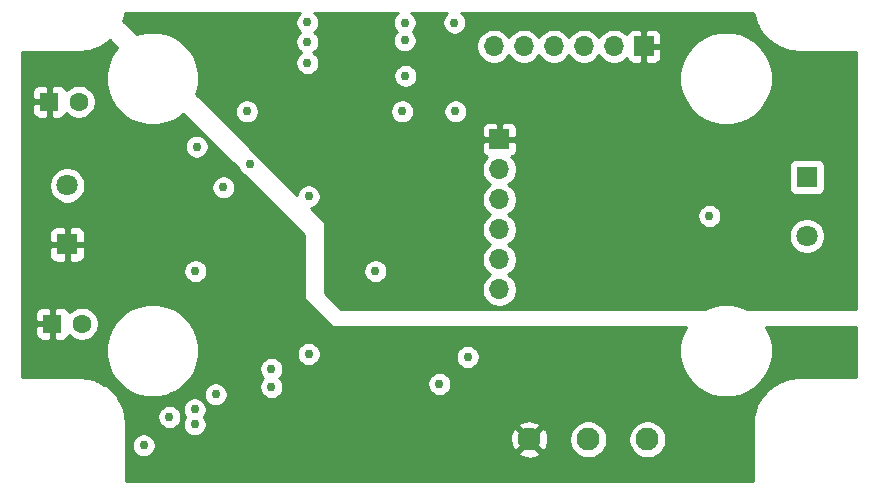
<source format=gbr>
%TF.GenerationSoftware,KiCad,Pcbnew,(5.1.8-0-10_14)*%
%TF.CreationDate,2021-08-05T18:18:29-06:00*%
%TF.ProjectId,ESP8266_Water_Sensor,45535038-3236-4365-9f57-617465725f53,rev?*%
%TF.SameCoordinates,Original*%
%TF.FileFunction,Copper,L3,Inr*%
%TF.FilePolarity,Positive*%
%FSLAX46Y46*%
G04 Gerber Fmt 4.6, Leading zero omitted, Abs format (unit mm)*
G04 Created by KiCad (PCBNEW (5.1.8-0-10_14)) date 2021-08-05 18:18:29*
%MOMM*%
%LPD*%
G01*
G04 APERTURE LIST*
%TA.AperFunction,ComponentPad*%
%ADD10R,1.700000X1.700000*%
%TD*%
%TA.AperFunction,ComponentPad*%
%ADD11O,1.700000X1.700000*%
%TD*%
%TA.AperFunction,ComponentPad*%
%ADD12C,1.800000*%
%TD*%
%TA.AperFunction,ComponentPad*%
%ADD13R,1.800000X1.800000*%
%TD*%
%TA.AperFunction,ComponentPad*%
%ADD14C,1.950000*%
%TD*%
%TA.AperFunction,ComponentPad*%
%ADD15C,1.600000*%
%TD*%
%TA.AperFunction,ComponentPad*%
%ADD16R,1.600000X1.600000*%
%TD*%
%TA.AperFunction,ViaPad*%
%ADD17C,0.762000*%
%TD*%
%TA.AperFunction,Conductor*%
%ADD18C,0.254000*%
%TD*%
%TA.AperFunction,Conductor*%
%ADD19C,0.100000*%
%TD*%
G04 APERTURE END LIST*
D10*
%TO.N,+3V3*%
%TO.C,J1*%
X157480000Y-95250000D03*
D11*
%TO.N,Net-(J1-Pad2)*%
X157480000Y-97790000D03*
%TO.N,GND*%
X157480000Y-100330000D03*
%TO.N,/I2C_SCL*%
X157480000Y-102870000D03*
%TO.N,/I2C_SDA*%
X157480000Y-105410000D03*
%TO.N,/MPU_INT*%
X157480000Y-107950000D03*
%TD*%
D12*
%TO.N,GND*%
%TO.C,J2*%
X120904000Y-99140000D03*
D13*
%TO.N,+12V*%
X120904000Y-104140000D03*
%TD*%
%TO.N,/water_voltage*%
%TO.C,J4*%
X183515000Y-98425000D03*
D12*
%TO.N,GND*%
X183515000Y-103425000D03*
%TD*%
D11*
%TO.N,/CTS_NC*%
%TO.C,J5*%
X157022800Y-87350600D03*
%TO.N,/RTS_NC*%
X159562800Y-87350600D03*
%TO.N,/ESP_TXD*%
X162102800Y-87350600D03*
%TO.N,/ESP_RXD*%
X164642800Y-87350600D03*
%TO.N,GND*%
X167182800Y-87350600D03*
D10*
%TO.N,+3V3*%
X169722800Y-87350600D03*
%TD*%
D14*
%TO.N,+12V*%
%TO.C,J3*%
X160020000Y-120650000D03*
%TO.N,/GPIO12*%
X165020000Y-120650000D03*
%TO.N,GND*%
X170020000Y-120650000D03*
%TD*%
D15*
%TO.N,GND*%
%TO.C,C14*%
X121869200Y-92049600D03*
D16*
%TO.N,+12V*%
X119369200Y-92049600D03*
%TD*%
%TO.N,+12V*%
%TO.C,C15*%
X119634000Y-110845600D03*
D15*
%TO.N,GND*%
X122134000Y-110845600D03*
%TD*%
D17*
%TO.N,+3V3*%
X144272000Y-108585000D03*
X145542000Y-108585000D03*
X146812000Y-108585000D03*
X148082000Y-108585000D03*
X149352000Y-108585000D03*
X150622000Y-108585000D03*
X172720000Y-101854000D03*
X136377000Y-85365000D03*
X131699000Y-85344000D03*
X145574000Y-85249000D03*
%TO.N,GND*%
X131735000Y-106390000D03*
X146975000Y-106390000D03*
X175260000Y-101727000D03*
X153769000Y-92865000D03*
X149253000Y-92865000D03*
X153671938Y-85365000D03*
X149458000Y-85365000D03*
X136354000Y-97365000D03*
X134125000Y-99301000D03*
X154813000Y-113665000D03*
X152400000Y-115951000D03*
X141351000Y-113411000D03*
X138176000Y-114681000D03*
X138176000Y-116205000D03*
X129540000Y-118745000D03*
X127381000Y-121158000D03*
X141224000Y-85344000D03*
X141224000Y-86995000D03*
X141224000Y-88773000D03*
%TO.N,+12V*%
X139192000Y-118110000D03*
X137668000Y-119507000D03*
X139192000Y-119507000D03*
X137668000Y-120904000D03*
X137668000Y-118110000D03*
X139192000Y-120904000D03*
%TO.N,/ESP_EN*%
X141351000Y-100076000D03*
%TO.N,/ESP_RST_L*%
X149530000Y-89865000D03*
%TO.N,/GPIO0*%
X131846000Y-95865000D03*
%TO.N,/GPIO16*%
X149482000Y-86865000D03*
%TO.N,/GPIO15*%
X136116000Y-92865000D03*
%TO.N,/U2_SS*%
X131699000Y-119380000D03*
%TO.N,/U2_COMP*%
X133477000Y-116840000D03*
%TO.N,/U2_EN*%
X131699000Y-118110000D03*
%TD*%
D18*
%TO.N,+12V*%
X125133479Y-87467085D02*
X125049823Y-87550740D01*
X124617598Y-88197610D01*
X124319877Y-88916373D01*
X124168100Y-89679408D01*
X124168100Y-90457392D01*
X124319877Y-91220427D01*
X124617598Y-91939190D01*
X125049823Y-92586060D01*
X125599940Y-93136177D01*
X126246810Y-93568402D01*
X126965573Y-93866123D01*
X127728608Y-94017900D01*
X128506592Y-94017900D01*
X129269627Y-93866123D01*
X129988390Y-93568402D01*
X130635260Y-93136177D01*
X130718916Y-93052522D01*
X135411900Y-97745506D01*
X135453632Y-97846256D01*
X135564821Y-98012662D01*
X135706338Y-98154179D01*
X135872744Y-98265368D01*
X135973494Y-98307100D01*
X140970000Y-103303606D01*
X140970000Y-108712000D01*
X140972440Y-108736776D01*
X140979667Y-108760601D01*
X140991403Y-108782557D01*
X141007197Y-108801803D01*
X143293197Y-111087803D01*
X143312443Y-111103597D01*
X143334399Y-111115333D01*
X143358224Y-111122560D01*
X143383000Y-111125000D01*
X173273143Y-111125000D01*
X173182398Y-111260810D01*
X172884677Y-111979573D01*
X172732900Y-112742608D01*
X172732900Y-113520592D01*
X172884677Y-114283627D01*
X173182398Y-115002390D01*
X173614623Y-115649260D01*
X174164740Y-116199377D01*
X174811610Y-116631602D01*
X175530373Y-116929323D01*
X176293408Y-117081100D01*
X177071392Y-117081100D01*
X177834427Y-116929323D01*
X178553190Y-116631602D01*
X179200060Y-116199377D01*
X179750177Y-115649260D01*
X180182402Y-115002390D01*
X180480123Y-114283627D01*
X180631900Y-113520592D01*
X180631900Y-112742608D01*
X180480123Y-111979573D01*
X180182402Y-111260810D01*
X180091657Y-111125000D01*
X187693301Y-111125000D01*
X187693301Y-115379500D01*
X182848191Y-115379500D01*
X182818852Y-115382390D01*
X182798244Y-115382246D01*
X182789244Y-115383128D01*
X182148337Y-115450491D01*
X182090814Y-115462299D01*
X182033168Y-115473295D01*
X182024513Y-115475908D01*
X182024507Y-115475910D01*
X181408894Y-115666474D01*
X181354726Y-115689244D01*
X181300347Y-115711214D01*
X181292367Y-115715457D01*
X181292362Y-115715459D01*
X181292361Y-115715460D01*
X180725483Y-116021969D01*
X180676765Y-116054830D01*
X180627694Y-116086941D01*
X180620691Y-116092652D01*
X180620685Y-116092656D01*
X180620680Y-116092661D01*
X180124138Y-116503436D01*
X180082735Y-116545128D01*
X180040830Y-116586165D01*
X180035070Y-116593127D01*
X180035065Y-116593132D01*
X180035061Y-116593137D01*
X179627762Y-117092536D01*
X179595256Y-117141461D01*
X179562110Y-117189869D01*
X179557813Y-117197816D01*
X179557808Y-117197824D01*
X179557805Y-117197832D01*
X179255264Y-117766830D01*
X179232911Y-117821063D01*
X179209767Y-117875061D01*
X179207093Y-117883700D01*
X179020830Y-118500632D01*
X179009425Y-118558232D01*
X178997222Y-118615640D01*
X178996277Y-118624633D01*
X178933391Y-119265996D01*
X178933391Y-119266010D01*
X178930300Y-119297392D01*
X178930301Y-124142500D01*
X125869700Y-124142500D01*
X125869700Y-121057933D01*
X126365000Y-121057933D01*
X126365000Y-121258067D01*
X126404044Y-121454356D01*
X126480632Y-121639256D01*
X126591821Y-121805662D01*
X126733338Y-121947179D01*
X126899744Y-122058368D01*
X127084644Y-122134956D01*
X127280933Y-122174000D01*
X127481067Y-122174000D01*
X127677356Y-122134956D01*
X127862256Y-122058368D01*
X128028662Y-121947179D01*
X128170179Y-121805662D01*
X128195621Y-121767584D01*
X159082021Y-121767584D01*
X159174766Y-122029429D01*
X159460120Y-122167820D01*
X159766990Y-122247883D01*
X160083584Y-122266540D01*
X160397733Y-122223074D01*
X160697367Y-122119156D01*
X160865234Y-122029429D01*
X160957979Y-121767584D01*
X160020000Y-120829605D01*
X159082021Y-121767584D01*
X128195621Y-121767584D01*
X128281368Y-121639256D01*
X128357956Y-121454356D01*
X128397000Y-121258067D01*
X128397000Y-121057933D01*
X128357956Y-120861644D01*
X128296628Y-120713584D01*
X158403460Y-120713584D01*
X158446926Y-121027733D01*
X158550844Y-121327367D01*
X158640571Y-121495234D01*
X158902416Y-121587979D01*
X159840395Y-120650000D01*
X160199605Y-120650000D01*
X161137584Y-121587979D01*
X161399429Y-121495234D01*
X161537820Y-121209880D01*
X161617883Y-120903010D01*
X161636540Y-120586416D01*
X161623398Y-120491429D01*
X163410000Y-120491429D01*
X163410000Y-120808571D01*
X163471871Y-121119620D01*
X163593237Y-121412621D01*
X163769431Y-121676315D01*
X163993685Y-121900569D01*
X164257379Y-122076763D01*
X164550380Y-122198129D01*
X164861429Y-122260000D01*
X165178571Y-122260000D01*
X165489620Y-122198129D01*
X165782621Y-122076763D01*
X166046315Y-121900569D01*
X166270569Y-121676315D01*
X166446763Y-121412621D01*
X166568129Y-121119620D01*
X166630000Y-120808571D01*
X166630000Y-120491429D01*
X168410000Y-120491429D01*
X168410000Y-120808571D01*
X168471871Y-121119620D01*
X168593237Y-121412621D01*
X168769431Y-121676315D01*
X168993685Y-121900569D01*
X169257379Y-122076763D01*
X169550380Y-122198129D01*
X169861429Y-122260000D01*
X170178571Y-122260000D01*
X170489620Y-122198129D01*
X170782621Y-122076763D01*
X171046315Y-121900569D01*
X171270569Y-121676315D01*
X171446763Y-121412621D01*
X171568129Y-121119620D01*
X171630000Y-120808571D01*
X171630000Y-120491429D01*
X171568129Y-120180380D01*
X171446763Y-119887379D01*
X171270569Y-119623685D01*
X171046315Y-119399431D01*
X170782621Y-119223237D01*
X170489620Y-119101871D01*
X170178571Y-119040000D01*
X169861429Y-119040000D01*
X169550380Y-119101871D01*
X169257379Y-119223237D01*
X168993685Y-119399431D01*
X168769431Y-119623685D01*
X168593237Y-119887379D01*
X168471871Y-120180380D01*
X168410000Y-120491429D01*
X166630000Y-120491429D01*
X166568129Y-120180380D01*
X166446763Y-119887379D01*
X166270569Y-119623685D01*
X166046315Y-119399431D01*
X165782621Y-119223237D01*
X165489620Y-119101871D01*
X165178571Y-119040000D01*
X164861429Y-119040000D01*
X164550380Y-119101871D01*
X164257379Y-119223237D01*
X163993685Y-119399431D01*
X163769431Y-119623685D01*
X163593237Y-119887379D01*
X163471871Y-120180380D01*
X163410000Y-120491429D01*
X161623398Y-120491429D01*
X161593074Y-120272267D01*
X161489156Y-119972633D01*
X161399429Y-119804766D01*
X161137584Y-119712021D01*
X160199605Y-120650000D01*
X159840395Y-120650000D01*
X158902416Y-119712021D01*
X158640571Y-119804766D01*
X158502180Y-120090120D01*
X158422117Y-120396990D01*
X158403460Y-120713584D01*
X128296628Y-120713584D01*
X128281368Y-120676744D01*
X128170179Y-120510338D01*
X128028662Y-120368821D01*
X127862256Y-120257632D01*
X127677356Y-120181044D01*
X127481067Y-120142000D01*
X127280933Y-120142000D01*
X127084644Y-120181044D01*
X126899744Y-120257632D01*
X126733338Y-120368821D01*
X126591821Y-120510338D01*
X126480632Y-120676744D01*
X126404044Y-120861644D01*
X126365000Y-121057933D01*
X125869700Y-121057933D01*
X125869700Y-119297391D01*
X125866810Y-119268052D01*
X125866954Y-119247444D01*
X125866072Y-119238444D01*
X125803691Y-118644933D01*
X128524000Y-118644933D01*
X128524000Y-118845067D01*
X128563044Y-119041356D01*
X128639632Y-119226256D01*
X128750821Y-119392662D01*
X128892338Y-119534179D01*
X129058744Y-119645368D01*
X129243644Y-119721956D01*
X129439933Y-119761000D01*
X129640067Y-119761000D01*
X129836356Y-119721956D01*
X130021256Y-119645368D01*
X130187662Y-119534179D01*
X130329179Y-119392662D01*
X130440368Y-119226256D01*
X130516956Y-119041356D01*
X130556000Y-118845067D01*
X130556000Y-118644933D01*
X130516956Y-118448644D01*
X130440368Y-118263744D01*
X130329179Y-118097338D01*
X130241774Y-118009933D01*
X130683000Y-118009933D01*
X130683000Y-118210067D01*
X130722044Y-118406356D01*
X130798632Y-118591256D01*
X130901361Y-118745000D01*
X130798632Y-118898744D01*
X130722044Y-119083644D01*
X130683000Y-119279933D01*
X130683000Y-119480067D01*
X130722044Y-119676356D01*
X130798632Y-119861256D01*
X130909821Y-120027662D01*
X131051338Y-120169179D01*
X131217744Y-120280368D01*
X131402644Y-120356956D01*
X131598933Y-120396000D01*
X131799067Y-120396000D01*
X131995356Y-120356956D01*
X132180256Y-120280368D01*
X132346662Y-120169179D01*
X132488179Y-120027662D01*
X132599368Y-119861256D01*
X132675956Y-119676356D01*
X132704587Y-119532416D01*
X159082021Y-119532416D01*
X160020000Y-120470395D01*
X160957979Y-119532416D01*
X160865234Y-119270571D01*
X160579880Y-119132180D01*
X160273010Y-119052117D01*
X159956416Y-119033460D01*
X159642267Y-119076926D01*
X159342633Y-119180844D01*
X159174766Y-119270571D01*
X159082021Y-119532416D01*
X132704587Y-119532416D01*
X132715000Y-119480067D01*
X132715000Y-119279933D01*
X132675956Y-119083644D01*
X132599368Y-118898744D01*
X132496639Y-118745000D01*
X132599368Y-118591256D01*
X132675956Y-118406356D01*
X132715000Y-118210067D01*
X132715000Y-118009933D01*
X132675956Y-117813644D01*
X132599368Y-117628744D01*
X132488179Y-117462338D01*
X132346662Y-117320821D01*
X132180256Y-117209632D01*
X131995356Y-117133044D01*
X131799067Y-117094000D01*
X131598933Y-117094000D01*
X131402644Y-117133044D01*
X131217744Y-117209632D01*
X131051338Y-117320821D01*
X130909821Y-117462338D01*
X130798632Y-117628744D01*
X130722044Y-117813644D01*
X130683000Y-118009933D01*
X130241774Y-118009933D01*
X130187662Y-117955821D01*
X130021256Y-117844632D01*
X129836356Y-117768044D01*
X129640067Y-117729000D01*
X129439933Y-117729000D01*
X129243644Y-117768044D01*
X129058744Y-117844632D01*
X128892338Y-117955821D01*
X128750821Y-118097338D01*
X128639632Y-118263744D01*
X128563044Y-118448644D01*
X128524000Y-118644933D01*
X125803691Y-118644933D01*
X125798709Y-118597537D01*
X125786901Y-118540014D01*
X125775905Y-118482368D01*
X125773291Y-118473711D01*
X125582726Y-117858094D01*
X125559956Y-117803926D01*
X125537986Y-117749547D01*
X125533741Y-117741563D01*
X125533741Y-117741562D01*
X125533738Y-117741558D01*
X125227231Y-117174683D01*
X125194370Y-117125965D01*
X125162259Y-117076894D01*
X125156548Y-117069891D01*
X125156544Y-117069885D01*
X125156539Y-117069880D01*
X124745764Y-116573338D01*
X124704072Y-116531935D01*
X124663035Y-116490030D01*
X124656073Y-116484270D01*
X124656068Y-116484265D01*
X124656063Y-116484261D01*
X124156664Y-116076962D01*
X124107739Y-116044456D01*
X124059331Y-116011310D01*
X124051384Y-116007013D01*
X124051376Y-116007008D01*
X124051368Y-116007005D01*
X123482370Y-115704464D01*
X123428137Y-115682111D01*
X123374139Y-115658967D01*
X123365500Y-115656293D01*
X122748568Y-115470030D01*
X122690968Y-115458625D01*
X122633560Y-115446422D01*
X122624567Y-115445477D01*
X121983204Y-115382591D01*
X121983191Y-115382591D01*
X121951809Y-115379500D01*
X117106700Y-115379500D01*
X117106700Y-112742608D01*
X124168100Y-112742608D01*
X124168100Y-113520592D01*
X124319877Y-114283627D01*
X124617598Y-115002390D01*
X125049823Y-115649260D01*
X125599940Y-116199377D01*
X126246810Y-116631602D01*
X126965573Y-116929323D01*
X127728608Y-117081100D01*
X128506592Y-117081100D01*
X129269627Y-116929323D01*
X129726855Y-116739933D01*
X132461000Y-116739933D01*
X132461000Y-116940067D01*
X132500044Y-117136356D01*
X132576632Y-117321256D01*
X132687821Y-117487662D01*
X132829338Y-117629179D01*
X132995744Y-117740368D01*
X133180644Y-117816956D01*
X133376933Y-117856000D01*
X133577067Y-117856000D01*
X133773356Y-117816956D01*
X133958256Y-117740368D01*
X134124662Y-117629179D01*
X134266179Y-117487662D01*
X134377368Y-117321256D01*
X134453956Y-117136356D01*
X134493000Y-116940067D01*
X134493000Y-116739933D01*
X134453956Y-116543644D01*
X134377368Y-116358744D01*
X134266179Y-116192338D01*
X134124662Y-116050821D01*
X133958256Y-115939632D01*
X133773356Y-115863044D01*
X133577067Y-115824000D01*
X133376933Y-115824000D01*
X133180644Y-115863044D01*
X132995744Y-115939632D01*
X132829338Y-116050821D01*
X132687821Y-116192338D01*
X132576632Y-116358744D01*
X132500044Y-116543644D01*
X132461000Y-116739933D01*
X129726855Y-116739933D01*
X129988390Y-116631602D01*
X130635260Y-116199377D01*
X131185377Y-115649260D01*
X131617602Y-115002390D01*
X131792174Y-114580933D01*
X137160000Y-114580933D01*
X137160000Y-114781067D01*
X137199044Y-114977356D01*
X137275632Y-115162256D01*
X137386821Y-115328662D01*
X137501159Y-115443000D01*
X137386821Y-115557338D01*
X137275632Y-115723744D01*
X137199044Y-115908644D01*
X137160000Y-116104933D01*
X137160000Y-116305067D01*
X137199044Y-116501356D01*
X137275632Y-116686256D01*
X137386821Y-116852662D01*
X137528338Y-116994179D01*
X137694744Y-117105368D01*
X137879644Y-117181956D01*
X138075933Y-117221000D01*
X138276067Y-117221000D01*
X138472356Y-117181956D01*
X138657256Y-117105368D01*
X138823662Y-116994179D01*
X138965179Y-116852662D01*
X139076368Y-116686256D01*
X139152956Y-116501356D01*
X139192000Y-116305067D01*
X139192000Y-116104933D01*
X139152956Y-115908644D01*
X139129052Y-115850933D01*
X151384000Y-115850933D01*
X151384000Y-116051067D01*
X151423044Y-116247356D01*
X151499632Y-116432256D01*
X151610821Y-116598662D01*
X151752338Y-116740179D01*
X151918744Y-116851368D01*
X152103644Y-116927956D01*
X152299933Y-116967000D01*
X152500067Y-116967000D01*
X152696356Y-116927956D01*
X152881256Y-116851368D01*
X153047662Y-116740179D01*
X153189179Y-116598662D01*
X153300368Y-116432256D01*
X153376956Y-116247356D01*
X153416000Y-116051067D01*
X153416000Y-115850933D01*
X153376956Y-115654644D01*
X153300368Y-115469744D01*
X153189179Y-115303338D01*
X153047662Y-115161821D01*
X152881256Y-115050632D01*
X152696356Y-114974044D01*
X152500067Y-114935000D01*
X152299933Y-114935000D01*
X152103644Y-114974044D01*
X151918744Y-115050632D01*
X151752338Y-115161821D01*
X151610821Y-115303338D01*
X151499632Y-115469744D01*
X151423044Y-115654644D01*
X151384000Y-115850933D01*
X139129052Y-115850933D01*
X139076368Y-115723744D01*
X138965179Y-115557338D01*
X138850841Y-115443000D01*
X138965179Y-115328662D01*
X139076368Y-115162256D01*
X139152956Y-114977356D01*
X139192000Y-114781067D01*
X139192000Y-114580933D01*
X139152956Y-114384644D01*
X139076368Y-114199744D01*
X138965179Y-114033338D01*
X138823662Y-113891821D01*
X138657256Y-113780632D01*
X138472356Y-113704044D01*
X138276067Y-113665000D01*
X138075933Y-113665000D01*
X137879644Y-113704044D01*
X137694744Y-113780632D01*
X137528338Y-113891821D01*
X137386821Y-114033338D01*
X137275632Y-114199744D01*
X137199044Y-114384644D01*
X137160000Y-114580933D01*
X131792174Y-114580933D01*
X131915323Y-114283627D01*
X132067100Y-113520592D01*
X132067100Y-113310933D01*
X140335000Y-113310933D01*
X140335000Y-113511067D01*
X140374044Y-113707356D01*
X140450632Y-113892256D01*
X140561821Y-114058662D01*
X140703338Y-114200179D01*
X140869744Y-114311368D01*
X141054644Y-114387956D01*
X141250933Y-114427000D01*
X141451067Y-114427000D01*
X141647356Y-114387956D01*
X141832256Y-114311368D01*
X141998662Y-114200179D01*
X142140179Y-114058662D01*
X142251368Y-113892256D01*
X142327956Y-113707356D01*
X142356285Y-113564933D01*
X153797000Y-113564933D01*
X153797000Y-113765067D01*
X153836044Y-113961356D01*
X153912632Y-114146256D01*
X154023821Y-114312662D01*
X154165338Y-114454179D01*
X154331744Y-114565368D01*
X154516644Y-114641956D01*
X154712933Y-114681000D01*
X154913067Y-114681000D01*
X155109356Y-114641956D01*
X155294256Y-114565368D01*
X155460662Y-114454179D01*
X155602179Y-114312662D01*
X155713368Y-114146256D01*
X155789956Y-113961356D01*
X155829000Y-113765067D01*
X155829000Y-113564933D01*
X155789956Y-113368644D01*
X155713368Y-113183744D01*
X155602179Y-113017338D01*
X155460662Y-112875821D01*
X155294256Y-112764632D01*
X155109356Y-112688044D01*
X154913067Y-112649000D01*
X154712933Y-112649000D01*
X154516644Y-112688044D01*
X154331744Y-112764632D01*
X154165338Y-112875821D01*
X154023821Y-113017338D01*
X153912632Y-113183744D01*
X153836044Y-113368644D01*
X153797000Y-113564933D01*
X142356285Y-113564933D01*
X142367000Y-113511067D01*
X142367000Y-113310933D01*
X142327956Y-113114644D01*
X142251368Y-112929744D01*
X142140179Y-112763338D01*
X141998662Y-112621821D01*
X141832256Y-112510632D01*
X141647356Y-112434044D01*
X141451067Y-112395000D01*
X141250933Y-112395000D01*
X141054644Y-112434044D01*
X140869744Y-112510632D01*
X140703338Y-112621821D01*
X140561821Y-112763338D01*
X140450632Y-112929744D01*
X140374044Y-113114644D01*
X140335000Y-113310933D01*
X132067100Y-113310933D01*
X132067100Y-112742608D01*
X131915323Y-111979573D01*
X131617602Y-111260810D01*
X131185377Y-110613940D01*
X130635260Y-110063823D01*
X129988390Y-109631598D01*
X129269627Y-109333877D01*
X128506592Y-109182100D01*
X127728608Y-109182100D01*
X126965573Y-109333877D01*
X126246810Y-109631598D01*
X125599940Y-110063823D01*
X125049823Y-110613940D01*
X124617598Y-111260810D01*
X124319877Y-111979573D01*
X124168100Y-112742608D01*
X117106700Y-112742608D01*
X117106700Y-111645600D01*
X118195928Y-111645600D01*
X118208188Y-111770082D01*
X118244498Y-111889780D01*
X118303463Y-112000094D01*
X118382815Y-112096785D01*
X118479506Y-112176137D01*
X118589820Y-112235102D01*
X118709518Y-112271412D01*
X118834000Y-112283672D01*
X119348250Y-112280600D01*
X119507000Y-112121850D01*
X119507000Y-110972600D01*
X118357750Y-110972600D01*
X118199000Y-111131350D01*
X118195928Y-111645600D01*
X117106700Y-111645600D01*
X117106700Y-110045600D01*
X118195928Y-110045600D01*
X118199000Y-110559850D01*
X118357750Y-110718600D01*
X119507000Y-110718600D01*
X119507000Y-109569350D01*
X119761000Y-109569350D01*
X119761000Y-110718600D01*
X119781000Y-110718600D01*
X119781000Y-110972600D01*
X119761000Y-110972600D01*
X119761000Y-112121850D01*
X119919750Y-112280600D01*
X120434000Y-112283672D01*
X120558482Y-112271412D01*
X120678180Y-112235102D01*
X120788494Y-112176137D01*
X120885185Y-112096785D01*
X120964537Y-112000094D01*
X121023502Y-111889780D01*
X121052661Y-111793657D01*
X121219241Y-111960237D01*
X121454273Y-112117280D01*
X121715426Y-112225453D01*
X121992665Y-112280600D01*
X122275335Y-112280600D01*
X122552574Y-112225453D01*
X122813727Y-112117280D01*
X123048759Y-111960237D01*
X123248637Y-111760359D01*
X123405680Y-111525327D01*
X123513853Y-111264174D01*
X123569000Y-110986935D01*
X123569000Y-110704265D01*
X123513853Y-110427026D01*
X123405680Y-110165873D01*
X123248637Y-109930841D01*
X123048759Y-109730963D01*
X122813727Y-109573920D01*
X122552574Y-109465747D01*
X122275335Y-109410600D01*
X121992665Y-109410600D01*
X121715426Y-109465747D01*
X121454273Y-109573920D01*
X121219241Y-109730963D01*
X121052661Y-109897543D01*
X121023502Y-109801420D01*
X120964537Y-109691106D01*
X120885185Y-109594415D01*
X120788494Y-109515063D01*
X120678180Y-109456098D01*
X120558482Y-109419788D01*
X120434000Y-109407528D01*
X119919750Y-109410600D01*
X119761000Y-109569350D01*
X119507000Y-109569350D01*
X119348250Y-109410600D01*
X118834000Y-109407528D01*
X118709518Y-109419788D01*
X118589820Y-109456098D01*
X118479506Y-109515063D01*
X118382815Y-109594415D01*
X118303463Y-109691106D01*
X118244498Y-109801420D01*
X118208188Y-109921118D01*
X118195928Y-110045600D01*
X117106700Y-110045600D01*
X117106700Y-106289933D01*
X130719000Y-106289933D01*
X130719000Y-106490067D01*
X130758044Y-106686356D01*
X130834632Y-106871256D01*
X130945821Y-107037662D01*
X131087338Y-107179179D01*
X131253744Y-107290368D01*
X131438644Y-107366956D01*
X131634933Y-107406000D01*
X131835067Y-107406000D01*
X132031356Y-107366956D01*
X132216256Y-107290368D01*
X132382662Y-107179179D01*
X132524179Y-107037662D01*
X132635368Y-106871256D01*
X132711956Y-106686356D01*
X132751000Y-106490067D01*
X132751000Y-106289933D01*
X132711956Y-106093644D01*
X132635368Y-105908744D01*
X132524179Y-105742338D01*
X132382662Y-105600821D01*
X132216256Y-105489632D01*
X132031356Y-105413044D01*
X131835067Y-105374000D01*
X131634933Y-105374000D01*
X131438644Y-105413044D01*
X131253744Y-105489632D01*
X131087338Y-105600821D01*
X130945821Y-105742338D01*
X130834632Y-105908744D01*
X130758044Y-106093644D01*
X130719000Y-106289933D01*
X117106700Y-106289933D01*
X117106700Y-105040000D01*
X119365928Y-105040000D01*
X119378188Y-105164482D01*
X119414498Y-105284180D01*
X119473463Y-105394494D01*
X119552815Y-105491185D01*
X119649506Y-105570537D01*
X119759820Y-105629502D01*
X119879518Y-105665812D01*
X120004000Y-105678072D01*
X120618250Y-105675000D01*
X120777000Y-105516250D01*
X120777000Y-104267000D01*
X121031000Y-104267000D01*
X121031000Y-105516250D01*
X121189750Y-105675000D01*
X121804000Y-105678072D01*
X121928482Y-105665812D01*
X122048180Y-105629502D01*
X122158494Y-105570537D01*
X122255185Y-105491185D01*
X122334537Y-105394494D01*
X122393502Y-105284180D01*
X122429812Y-105164482D01*
X122442072Y-105040000D01*
X122439000Y-104425750D01*
X122280250Y-104267000D01*
X121031000Y-104267000D01*
X120777000Y-104267000D01*
X119527750Y-104267000D01*
X119369000Y-104425750D01*
X119365928Y-105040000D01*
X117106700Y-105040000D01*
X117106700Y-103240000D01*
X119365928Y-103240000D01*
X119369000Y-103854250D01*
X119527750Y-104013000D01*
X120777000Y-104013000D01*
X120777000Y-102763750D01*
X121031000Y-102763750D01*
X121031000Y-104013000D01*
X122280250Y-104013000D01*
X122439000Y-103854250D01*
X122442072Y-103240000D01*
X122429812Y-103115518D01*
X122393502Y-102995820D01*
X122334537Y-102885506D01*
X122255185Y-102788815D01*
X122158494Y-102709463D01*
X122048180Y-102650498D01*
X121928482Y-102614188D01*
X121804000Y-102601928D01*
X121189750Y-102605000D01*
X121031000Y-102763750D01*
X120777000Y-102763750D01*
X120618250Y-102605000D01*
X120004000Y-102601928D01*
X119879518Y-102614188D01*
X119759820Y-102650498D01*
X119649506Y-102709463D01*
X119552815Y-102788815D01*
X119473463Y-102885506D01*
X119414498Y-102995820D01*
X119378188Y-103115518D01*
X119365928Y-103240000D01*
X117106700Y-103240000D01*
X117106700Y-98988816D01*
X119369000Y-98988816D01*
X119369000Y-99291184D01*
X119427989Y-99587743D01*
X119543701Y-99867095D01*
X119711688Y-100118505D01*
X119925495Y-100332312D01*
X120176905Y-100500299D01*
X120456257Y-100616011D01*
X120752816Y-100675000D01*
X121055184Y-100675000D01*
X121351743Y-100616011D01*
X121631095Y-100500299D01*
X121882505Y-100332312D01*
X122096312Y-100118505D01*
X122264299Y-99867095D01*
X122380011Y-99587743D01*
X122439000Y-99291184D01*
X122439000Y-99200933D01*
X133109000Y-99200933D01*
X133109000Y-99401067D01*
X133148044Y-99597356D01*
X133224632Y-99782256D01*
X133335821Y-99948662D01*
X133477338Y-100090179D01*
X133643744Y-100201368D01*
X133828644Y-100277956D01*
X134024933Y-100317000D01*
X134225067Y-100317000D01*
X134421356Y-100277956D01*
X134606256Y-100201368D01*
X134772662Y-100090179D01*
X134914179Y-99948662D01*
X135025368Y-99782256D01*
X135101956Y-99597356D01*
X135141000Y-99401067D01*
X135141000Y-99200933D01*
X135101956Y-99004644D01*
X135025368Y-98819744D01*
X134914179Y-98653338D01*
X134772662Y-98511821D01*
X134606256Y-98400632D01*
X134421356Y-98324044D01*
X134225067Y-98285000D01*
X134024933Y-98285000D01*
X133828644Y-98324044D01*
X133643744Y-98400632D01*
X133477338Y-98511821D01*
X133335821Y-98653338D01*
X133224632Y-98819744D01*
X133148044Y-99004644D01*
X133109000Y-99200933D01*
X122439000Y-99200933D01*
X122439000Y-98988816D01*
X122380011Y-98692257D01*
X122264299Y-98412905D01*
X122096312Y-98161495D01*
X121882505Y-97947688D01*
X121631095Y-97779701D01*
X121351743Y-97663989D01*
X121055184Y-97605000D01*
X120752816Y-97605000D01*
X120456257Y-97663989D01*
X120176905Y-97779701D01*
X119925495Y-97947688D01*
X119711688Y-98161495D01*
X119543701Y-98412905D01*
X119427989Y-98692257D01*
X119369000Y-98988816D01*
X117106700Y-98988816D01*
X117106700Y-95764933D01*
X130830000Y-95764933D01*
X130830000Y-95965067D01*
X130869044Y-96161356D01*
X130945632Y-96346256D01*
X131056821Y-96512662D01*
X131198338Y-96654179D01*
X131364744Y-96765368D01*
X131549644Y-96841956D01*
X131745933Y-96881000D01*
X131946067Y-96881000D01*
X132142356Y-96841956D01*
X132327256Y-96765368D01*
X132493662Y-96654179D01*
X132635179Y-96512662D01*
X132746368Y-96346256D01*
X132822956Y-96161356D01*
X132862000Y-95965067D01*
X132862000Y-95764933D01*
X132822956Y-95568644D01*
X132746368Y-95383744D01*
X132635179Y-95217338D01*
X132493662Y-95075821D01*
X132327256Y-94964632D01*
X132142356Y-94888044D01*
X131946067Y-94849000D01*
X131745933Y-94849000D01*
X131549644Y-94888044D01*
X131364744Y-94964632D01*
X131198338Y-95075821D01*
X131056821Y-95217338D01*
X130945632Y-95383744D01*
X130869044Y-95568644D01*
X130830000Y-95764933D01*
X117106700Y-95764933D01*
X117106700Y-92849600D01*
X117931128Y-92849600D01*
X117943388Y-92974082D01*
X117979698Y-93093780D01*
X118038663Y-93204094D01*
X118118015Y-93300785D01*
X118214706Y-93380137D01*
X118325020Y-93439102D01*
X118444718Y-93475412D01*
X118569200Y-93487672D01*
X119083450Y-93484600D01*
X119242200Y-93325850D01*
X119242200Y-92176600D01*
X118092950Y-92176600D01*
X117934200Y-92335350D01*
X117931128Y-92849600D01*
X117106700Y-92849600D01*
X117106700Y-91249600D01*
X117931128Y-91249600D01*
X117934200Y-91763850D01*
X118092950Y-91922600D01*
X119242200Y-91922600D01*
X119242200Y-90773350D01*
X119496200Y-90773350D01*
X119496200Y-91922600D01*
X119516200Y-91922600D01*
X119516200Y-92176600D01*
X119496200Y-92176600D01*
X119496200Y-93325850D01*
X119654950Y-93484600D01*
X120169200Y-93487672D01*
X120293682Y-93475412D01*
X120413380Y-93439102D01*
X120523694Y-93380137D01*
X120620385Y-93300785D01*
X120699737Y-93204094D01*
X120758702Y-93093780D01*
X120787861Y-92997657D01*
X120954441Y-93164237D01*
X121189473Y-93321280D01*
X121450626Y-93429453D01*
X121727865Y-93484600D01*
X122010535Y-93484600D01*
X122287774Y-93429453D01*
X122548927Y-93321280D01*
X122783959Y-93164237D01*
X122983837Y-92964359D01*
X123140880Y-92729327D01*
X123249053Y-92468174D01*
X123304200Y-92190935D01*
X123304200Y-91908265D01*
X123249053Y-91631026D01*
X123140880Y-91369873D01*
X122983837Y-91134841D01*
X122783959Y-90934963D01*
X122548927Y-90777920D01*
X122287774Y-90669747D01*
X122010535Y-90614600D01*
X121727865Y-90614600D01*
X121450626Y-90669747D01*
X121189473Y-90777920D01*
X120954441Y-90934963D01*
X120787861Y-91101543D01*
X120758702Y-91005420D01*
X120699737Y-90895106D01*
X120620385Y-90798415D01*
X120523694Y-90719063D01*
X120413380Y-90660098D01*
X120293682Y-90623788D01*
X120169200Y-90611528D01*
X119654950Y-90614600D01*
X119496200Y-90773350D01*
X119242200Y-90773350D01*
X119083450Y-90614600D01*
X118569200Y-90611528D01*
X118444718Y-90623788D01*
X118325020Y-90660098D01*
X118214706Y-90719063D01*
X118118015Y-90798415D01*
X118038663Y-90895106D01*
X117979698Y-91005420D01*
X117943388Y-91125118D01*
X117931128Y-91249600D01*
X117106700Y-91249600D01*
X117106700Y-87820500D01*
X121951809Y-87820500D01*
X121981148Y-87817610D01*
X122001756Y-87817754D01*
X122010756Y-87816872D01*
X122651663Y-87749509D01*
X122709186Y-87737701D01*
X122766832Y-87726705D01*
X122775487Y-87724092D01*
X122775493Y-87724090D01*
X123391106Y-87533526D01*
X123445262Y-87510761D01*
X123499653Y-87488786D01*
X123507638Y-87484541D01*
X124074517Y-87178030D01*
X124123208Y-87145188D01*
X124172306Y-87113059D01*
X124179309Y-87107348D01*
X124179315Y-87107344D01*
X124179320Y-87107339D01*
X124504621Y-86838227D01*
X125133479Y-87467085D01*
%TA.AperFunction,Conductor*%
D19*
G36*
X125133479Y-87467085D02*
G01*
X125049823Y-87550740D01*
X124617598Y-88197610D01*
X124319877Y-88916373D01*
X124168100Y-89679408D01*
X124168100Y-90457392D01*
X124319877Y-91220427D01*
X124617598Y-91939190D01*
X125049823Y-92586060D01*
X125599940Y-93136177D01*
X126246810Y-93568402D01*
X126965573Y-93866123D01*
X127728608Y-94017900D01*
X128506592Y-94017900D01*
X129269627Y-93866123D01*
X129988390Y-93568402D01*
X130635260Y-93136177D01*
X130718916Y-93052522D01*
X135411900Y-97745506D01*
X135453632Y-97846256D01*
X135564821Y-98012662D01*
X135706338Y-98154179D01*
X135872744Y-98265368D01*
X135973494Y-98307100D01*
X140970000Y-103303606D01*
X140970000Y-108712000D01*
X140972440Y-108736776D01*
X140979667Y-108760601D01*
X140991403Y-108782557D01*
X141007197Y-108801803D01*
X143293197Y-111087803D01*
X143312443Y-111103597D01*
X143334399Y-111115333D01*
X143358224Y-111122560D01*
X143383000Y-111125000D01*
X173273143Y-111125000D01*
X173182398Y-111260810D01*
X172884677Y-111979573D01*
X172732900Y-112742608D01*
X172732900Y-113520592D01*
X172884677Y-114283627D01*
X173182398Y-115002390D01*
X173614623Y-115649260D01*
X174164740Y-116199377D01*
X174811610Y-116631602D01*
X175530373Y-116929323D01*
X176293408Y-117081100D01*
X177071392Y-117081100D01*
X177834427Y-116929323D01*
X178553190Y-116631602D01*
X179200060Y-116199377D01*
X179750177Y-115649260D01*
X180182402Y-115002390D01*
X180480123Y-114283627D01*
X180631900Y-113520592D01*
X180631900Y-112742608D01*
X180480123Y-111979573D01*
X180182402Y-111260810D01*
X180091657Y-111125000D01*
X187693301Y-111125000D01*
X187693301Y-115379500D01*
X182848191Y-115379500D01*
X182818852Y-115382390D01*
X182798244Y-115382246D01*
X182789244Y-115383128D01*
X182148337Y-115450491D01*
X182090814Y-115462299D01*
X182033168Y-115473295D01*
X182024513Y-115475908D01*
X182024507Y-115475910D01*
X181408894Y-115666474D01*
X181354726Y-115689244D01*
X181300347Y-115711214D01*
X181292367Y-115715457D01*
X181292362Y-115715459D01*
X181292361Y-115715460D01*
X180725483Y-116021969D01*
X180676765Y-116054830D01*
X180627694Y-116086941D01*
X180620691Y-116092652D01*
X180620685Y-116092656D01*
X180620680Y-116092661D01*
X180124138Y-116503436D01*
X180082735Y-116545128D01*
X180040830Y-116586165D01*
X180035070Y-116593127D01*
X180035065Y-116593132D01*
X180035061Y-116593137D01*
X179627762Y-117092536D01*
X179595256Y-117141461D01*
X179562110Y-117189869D01*
X179557813Y-117197816D01*
X179557808Y-117197824D01*
X179557805Y-117197832D01*
X179255264Y-117766830D01*
X179232911Y-117821063D01*
X179209767Y-117875061D01*
X179207093Y-117883700D01*
X179020830Y-118500632D01*
X179009425Y-118558232D01*
X178997222Y-118615640D01*
X178996277Y-118624633D01*
X178933391Y-119265996D01*
X178933391Y-119266010D01*
X178930300Y-119297392D01*
X178930301Y-124142500D01*
X125869700Y-124142500D01*
X125869700Y-121057933D01*
X126365000Y-121057933D01*
X126365000Y-121258067D01*
X126404044Y-121454356D01*
X126480632Y-121639256D01*
X126591821Y-121805662D01*
X126733338Y-121947179D01*
X126899744Y-122058368D01*
X127084644Y-122134956D01*
X127280933Y-122174000D01*
X127481067Y-122174000D01*
X127677356Y-122134956D01*
X127862256Y-122058368D01*
X128028662Y-121947179D01*
X128170179Y-121805662D01*
X128195621Y-121767584D01*
X159082021Y-121767584D01*
X159174766Y-122029429D01*
X159460120Y-122167820D01*
X159766990Y-122247883D01*
X160083584Y-122266540D01*
X160397733Y-122223074D01*
X160697367Y-122119156D01*
X160865234Y-122029429D01*
X160957979Y-121767584D01*
X160020000Y-120829605D01*
X159082021Y-121767584D01*
X128195621Y-121767584D01*
X128281368Y-121639256D01*
X128357956Y-121454356D01*
X128397000Y-121258067D01*
X128397000Y-121057933D01*
X128357956Y-120861644D01*
X128296628Y-120713584D01*
X158403460Y-120713584D01*
X158446926Y-121027733D01*
X158550844Y-121327367D01*
X158640571Y-121495234D01*
X158902416Y-121587979D01*
X159840395Y-120650000D01*
X160199605Y-120650000D01*
X161137584Y-121587979D01*
X161399429Y-121495234D01*
X161537820Y-121209880D01*
X161617883Y-120903010D01*
X161636540Y-120586416D01*
X161623398Y-120491429D01*
X163410000Y-120491429D01*
X163410000Y-120808571D01*
X163471871Y-121119620D01*
X163593237Y-121412621D01*
X163769431Y-121676315D01*
X163993685Y-121900569D01*
X164257379Y-122076763D01*
X164550380Y-122198129D01*
X164861429Y-122260000D01*
X165178571Y-122260000D01*
X165489620Y-122198129D01*
X165782621Y-122076763D01*
X166046315Y-121900569D01*
X166270569Y-121676315D01*
X166446763Y-121412621D01*
X166568129Y-121119620D01*
X166630000Y-120808571D01*
X166630000Y-120491429D01*
X168410000Y-120491429D01*
X168410000Y-120808571D01*
X168471871Y-121119620D01*
X168593237Y-121412621D01*
X168769431Y-121676315D01*
X168993685Y-121900569D01*
X169257379Y-122076763D01*
X169550380Y-122198129D01*
X169861429Y-122260000D01*
X170178571Y-122260000D01*
X170489620Y-122198129D01*
X170782621Y-122076763D01*
X171046315Y-121900569D01*
X171270569Y-121676315D01*
X171446763Y-121412621D01*
X171568129Y-121119620D01*
X171630000Y-120808571D01*
X171630000Y-120491429D01*
X171568129Y-120180380D01*
X171446763Y-119887379D01*
X171270569Y-119623685D01*
X171046315Y-119399431D01*
X170782621Y-119223237D01*
X170489620Y-119101871D01*
X170178571Y-119040000D01*
X169861429Y-119040000D01*
X169550380Y-119101871D01*
X169257379Y-119223237D01*
X168993685Y-119399431D01*
X168769431Y-119623685D01*
X168593237Y-119887379D01*
X168471871Y-120180380D01*
X168410000Y-120491429D01*
X166630000Y-120491429D01*
X166568129Y-120180380D01*
X166446763Y-119887379D01*
X166270569Y-119623685D01*
X166046315Y-119399431D01*
X165782621Y-119223237D01*
X165489620Y-119101871D01*
X165178571Y-119040000D01*
X164861429Y-119040000D01*
X164550380Y-119101871D01*
X164257379Y-119223237D01*
X163993685Y-119399431D01*
X163769431Y-119623685D01*
X163593237Y-119887379D01*
X163471871Y-120180380D01*
X163410000Y-120491429D01*
X161623398Y-120491429D01*
X161593074Y-120272267D01*
X161489156Y-119972633D01*
X161399429Y-119804766D01*
X161137584Y-119712021D01*
X160199605Y-120650000D01*
X159840395Y-120650000D01*
X158902416Y-119712021D01*
X158640571Y-119804766D01*
X158502180Y-120090120D01*
X158422117Y-120396990D01*
X158403460Y-120713584D01*
X128296628Y-120713584D01*
X128281368Y-120676744D01*
X128170179Y-120510338D01*
X128028662Y-120368821D01*
X127862256Y-120257632D01*
X127677356Y-120181044D01*
X127481067Y-120142000D01*
X127280933Y-120142000D01*
X127084644Y-120181044D01*
X126899744Y-120257632D01*
X126733338Y-120368821D01*
X126591821Y-120510338D01*
X126480632Y-120676744D01*
X126404044Y-120861644D01*
X126365000Y-121057933D01*
X125869700Y-121057933D01*
X125869700Y-119297391D01*
X125866810Y-119268052D01*
X125866954Y-119247444D01*
X125866072Y-119238444D01*
X125803691Y-118644933D01*
X128524000Y-118644933D01*
X128524000Y-118845067D01*
X128563044Y-119041356D01*
X128639632Y-119226256D01*
X128750821Y-119392662D01*
X128892338Y-119534179D01*
X129058744Y-119645368D01*
X129243644Y-119721956D01*
X129439933Y-119761000D01*
X129640067Y-119761000D01*
X129836356Y-119721956D01*
X130021256Y-119645368D01*
X130187662Y-119534179D01*
X130329179Y-119392662D01*
X130440368Y-119226256D01*
X130516956Y-119041356D01*
X130556000Y-118845067D01*
X130556000Y-118644933D01*
X130516956Y-118448644D01*
X130440368Y-118263744D01*
X130329179Y-118097338D01*
X130241774Y-118009933D01*
X130683000Y-118009933D01*
X130683000Y-118210067D01*
X130722044Y-118406356D01*
X130798632Y-118591256D01*
X130901361Y-118745000D01*
X130798632Y-118898744D01*
X130722044Y-119083644D01*
X130683000Y-119279933D01*
X130683000Y-119480067D01*
X130722044Y-119676356D01*
X130798632Y-119861256D01*
X130909821Y-120027662D01*
X131051338Y-120169179D01*
X131217744Y-120280368D01*
X131402644Y-120356956D01*
X131598933Y-120396000D01*
X131799067Y-120396000D01*
X131995356Y-120356956D01*
X132180256Y-120280368D01*
X132346662Y-120169179D01*
X132488179Y-120027662D01*
X132599368Y-119861256D01*
X132675956Y-119676356D01*
X132704587Y-119532416D01*
X159082021Y-119532416D01*
X160020000Y-120470395D01*
X160957979Y-119532416D01*
X160865234Y-119270571D01*
X160579880Y-119132180D01*
X160273010Y-119052117D01*
X159956416Y-119033460D01*
X159642267Y-119076926D01*
X159342633Y-119180844D01*
X159174766Y-119270571D01*
X159082021Y-119532416D01*
X132704587Y-119532416D01*
X132715000Y-119480067D01*
X132715000Y-119279933D01*
X132675956Y-119083644D01*
X132599368Y-118898744D01*
X132496639Y-118745000D01*
X132599368Y-118591256D01*
X132675956Y-118406356D01*
X132715000Y-118210067D01*
X132715000Y-118009933D01*
X132675956Y-117813644D01*
X132599368Y-117628744D01*
X132488179Y-117462338D01*
X132346662Y-117320821D01*
X132180256Y-117209632D01*
X131995356Y-117133044D01*
X131799067Y-117094000D01*
X131598933Y-117094000D01*
X131402644Y-117133044D01*
X131217744Y-117209632D01*
X131051338Y-117320821D01*
X130909821Y-117462338D01*
X130798632Y-117628744D01*
X130722044Y-117813644D01*
X130683000Y-118009933D01*
X130241774Y-118009933D01*
X130187662Y-117955821D01*
X130021256Y-117844632D01*
X129836356Y-117768044D01*
X129640067Y-117729000D01*
X129439933Y-117729000D01*
X129243644Y-117768044D01*
X129058744Y-117844632D01*
X128892338Y-117955821D01*
X128750821Y-118097338D01*
X128639632Y-118263744D01*
X128563044Y-118448644D01*
X128524000Y-118644933D01*
X125803691Y-118644933D01*
X125798709Y-118597537D01*
X125786901Y-118540014D01*
X125775905Y-118482368D01*
X125773291Y-118473711D01*
X125582726Y-117858094D01*
X125559956Y-117803926D01*
X125537986Y-117749547D01*
X125533741Y-117741563D01*
X125533741Y-117741562D01*
X125533738Y-117741558D01*
X125227231Y-117174683D01*
X125194370Y-117125965D01*
X125162259Y-117076894D01*
X125156548Y-117069891D01*
X125156544Y-117069885D01*
X125156539Y-117069880D01*
X124745764Y-116573338D01*
X124704072Y-116531935D01*
X124663035Y-116490030D01*
X124656073Y-116484270D01*
X124656068Y-116484265D01*
X124656063Y-116484261D01*
X124156664Y-116076962D01*
X124107739Y-116044456D01*
X124059331Y-116011310D01*
X124051384Y-116007013D01*
X124051376Y-116007008D01*
X124051368Y-116007005D01*
X123482370Y-115704464D01*
X123428137Y-115682111D01*
X123374139Y-115658967D01*
X123365500Y-115656293D01*
X122748568Y-115470030D01*
X122690968Y-115458625D01*
X122633560Y-115446422D01*
X122624567Y-115445477D01*
X121983204Y-115382591D01*
X121983191Y-115382591D01*
X121951809Y-115379500D01*
X117106700Y-115379500D01*
X117106700Y-112742608D01*
X124168100Y-112742608D01*
X124168100Y-113520592D01*
X124319877Y-114283627D01*
X124617598Y-115002390D01*
X125049823Y-115649260D01*
X125599940Y-116199377D01*
X126246810Y-116631602D01*
X126965573Y-116929323D01*
X127728608Y-117081100D01*
X128506592Y-117081100D01*
X129269627Y-116929323D01*
X129726855Y-116739933D01*
X132461000Y-116739933D01*
X132461000Y-116940067D01*
X132500044Y-117136356D01*
X132576632Y-117321256D01*
X132687821Y-117487662D01*
X132829338Y-117629179D01*
X132995744Y-117740368D01*
X133180644Y-117816956D01*
X133376933Y-117856000D01*
X133577067Y-117856000D01*
X133773356Y-117816956D01*
X133958256Y-117740368D01*
X134124662Y-117629179D01*
X134266179Y-117487662D01*
X134377368Y-117321256D01*
X134453956Y-117136356D01*
X134493000Y-116940067D01*
X134493000Y-116739933D01*
X134453956Y-116543644D01*
X134377368Y-116358744D01*
X134266179Y-116192338D01*
X134124662Y-116050821D01*
X133958256Y-115939632D01*
X133773356Y-115863044D01*
X133577067Y-115824000D01*
X133376933Y-115824000D01*
X133180644Y-115863044D01*
X132995744Y-115939632D01*
X132829338Y-116050821D01*
X132687821Y-116192338D01*
X132576632Y-116358744D01*
X132500044Y-116543644D01*
X132461000Y-116739933D01*
X129726855Y-116739933D01*
X129988390Y-116631602D01*
X130635260Y-116199377D01*
X131185377Y-115649260D01*
X131617602Y-115002390D01*
X131792174Y-114580933D01*
X137160000Y-114580933D01*
X137160000Y-114781067D01*
X137199044Y-114977356D01*
X137275632Y-115162256D01*
X137386821Y-115328662D01*
X137501159Y-115443000D01*
X137386821Y-115557338D01*
X137275632Y-115723744D01*
X137199044Y-115908644D01*
X137160000Y-116104933D01*
X137160000Y-116305067D01*
X137199044Y-116501356D01*
X137275632Y-116686256D01*
X137386821Y-116852662D01*
X137528338Y-116994179D01*
X137694744Y-117105368D01*
X137879644Y-117181956D01*
X138075933Y-117221000D01*
X138276067Y-117221000D01*
X138472356Y-117181956D01*
X138657256Y-117105368D01*
X138823662Y-116994179D01*
X138965179Y-116852662D01*
X139076368Y-116686256D01*
X139152956Y-116501356D01*
X139192000Y-116305067D01*
X139192000Y-116104933D01*
X139152956Y-115908644D01*
X139129052Y-115850933D01*
X151384000Y-115850933D01*
X151384000Y-116051067D01*
X151423044Y-116247356D01*
X151499632Y-116432256D01*
X151610821Y-116598662D01*
X151752338Y-116740179D01*
X151918744Y-116851368D01*
X152103644Y-116927956D01*
X152299933Y-116967000D01*
X152500067Y-116967000D01*
X152696356Y-116927956D01*
X152881256Y-116851368D01*
X153047662Y-116740179D01*
X153189179Y-116598662D01*
X153300368Y-116432256D01*
X153376956Y-116247356D01*
X153416000Y-116051067D01*
X153416000Y-115850933D01*
X153376956Y-115654644D01*
X153300368Y-115469744D01*
X153189179Y-115303338D01*
X153047662Y-115161821D01*
X152881256Y-115050632D01*
X152696356Y-114974044D01*
X152500067Y-114935000D01*
X152299933Y-114935000D01*
X152103644Y-114974044D01*
X151918744Y-115050632D01*
X151752338Y-115161821D01*
X151610821Y-115303338D01*
X151499632Y-115469744D01*
X151423044Y-115654644D01*
X151384000Y-115850933D01*
X139129052Y-115850933D01*
X139076368Y-115723744D01*
X138965179Y-115557338D01*
X138850841Y-115443000D01*
X138965179Y-115328662D01*
X139076368Y-115162256D01*
X139152956Y-114977356D01*
X139192000Y-114781067D01*
X139192000Y-114580933D01*
X139152956Y-114384644D01*
X139076368Y-114199744D01*
X138965179Y-114033338D01*
X138823662Y-113891821D01*
X138657256Y-113780632D01*
X138472356Y-113704044D01*
X138276067Y-113665000D01*
X138075933Y-113665000D01*
X137879644Y-113704044D01*
X137694744Y-113780632D01*
X137528338Y-113891821D01*
X137386821Y-114033338D01*
X137275632Y-114199744D01*
X137199044Y-114384644D01*
X137160000Y-114580933D01*
X131792174Y-114580933D01*
X131915323Y-114283627D01*
X132067100Y-113520592D01*
X132067100Y-113310933D01*
X140335000Y-113310933D01*
X140335000Y-113511067D01*
X140374044Y-113707356D01*
X140450632Y-113892256D01*
X140561821Y-114058662D01*
X140703338Y-114200179D01*
X140869744Y-114311368D01*
X141054644Y-114387956D01*
X141250933Y-114427000D01*
X141451067Y-114427000D01*
X141647356Y-114387956D01*
X141832256Y-114311368D01*
X141998662Y-114200179D01*
X142140179Y-114058662D01*
X142251368Y-113892256D01*
X142327956Y-113707356D01*
X142356285Y-113564933D01*
X153797000Y-113564933D01*
X153797000Y-113765067D01*
X153836044Y-113961356D01*
X153912632Y-114146256D01*
X154023821Y-114312662D01*
X154165338Y-114454179D01*
X154331744Y-114565368D01*
X154516644Y-114641956D01*
X154712933Y-114681000D01*
X154913067Y-114681000D01*
X155109356Y-114641956D01*
X155294256Y-114565368D01*
X155460662Y-114454179D01*
X155602179Y-114312662D01*
X155713368Y-114146256D01*
X155789956Y-113961356D01*
X155829000Y-113765067D01*
X155829000Y-113564933D01*
X155789956Y-113368644D01*
X155713368Y-113183744D01*
X155602179Y-113017338D01*
X155460662Y-112875821D01*
X155294256Y-112764632D01*
X155109356Y-112688044D01*
X154913067Y-112649000D01*
X154712933Y-112649000D01*
X154516644Y-112688044D01*
X154331744Y-112764632D01*
X154165338Y-112875821D01*
X154023821Y-113017338D01*
X153912632Y-113183744D01*
X153836044Y-113368644D01*
X153797000Y-113564933D01*
X142356285Y-113564933D01*
X142367000Y-113511067D01*
X142367000Y-113310933D01*
X142327956Y-113114644D01*
X142251368Y-112929744D01*
X142140179Y-112763338D01*
X141998662Y-112621821D01*
X141832256Y-112510632D01*
X141647356Y-112434044D01*
X141451067Y-112395000D01*
X141250933Y-112395000D01*
X141054644Y-112434044D01*
X140869744Y-112510632D01*
X140703338Y-112621821D01*
X140561821Y-112763338D01*
X140450632Y-112929744D01*
X140374044Y-113114644D01*
X140335000Y-113310933D01*
X132067100Y-113310933D01*
X132067100Y-112742608D01*
X131915323Y-111979573D01*
X131617602Y-111260810D01*
X131185377Y-110613940D01*
X130635260Y-110063823D01*
X129988390Y-109631598D01*
X129269627Y-109333877D01*
X128506592Y-109182100D01*
X127728608Y-109182100D01*
X126965573Y-109333877D01*
X126246810Y-109631598D01*
X125599940Y-110063823D01*
X125049823Y-110613940D01*
X124617598Y-111260810D01*
X124319877Y-111979573D01*
X124168100Y-112742608D01*
X117106700Y-112742608D01*
X117106700Y-111645600D01*
X118195928Y-111645600D01*
X118208188Y-111770082D01*
X118244498Y-111889780D01*
X118303463Y-112000094D01*
X118382815Y-112096785D01*
X118479506Y-112176137D01*
X118589820Y-112235102D01*
X118709518Y-112271412D01*
X118834000Y-112283672D01*
X119348250Y-112280600D01*
X119507000Y-112121850D01*
X119507000Y-110972600D01*
X118357750Y-110972600D01*
X118199000Y-111131350D01*
X118195928Y-111645600D01*
X117106700Y-111645600D01*
X117106700Y-110045600D01*
X118195928Y-110045600D01*
X118199000Y-110559850D01*
X118357750Y-110718600D01*
X119507000Y-110718600D01*
X119507000Y-109569350D01*
X119761000Y-109569350D01*
X119761000Y-110718600D01*
X119781000Y-110718600D01*
X119781000Y-110972600D01*
X119761000Y-110972600D01*
X119761000Y-112121850D01*
X119919750Y-112280600D01*
X120434000Y-112283672D01*
X120558482Y-112271412D01*
X120678180Y-112235102D01*
X120788494Y-112176137D01*
X120885185Y-112096785D01*
X120964537Y-112000094D01*
X121023502Y-111889780D01*
X121052661Y-111793657D01*
X121219241Y-111960237D01*
X121454273Y-112117280D01*
X121715426Y-112225453D01*
X121992665Y-112280600D01*
X122275335Y-112280600D01*
X122552574Y-112225453D01*
X122813727Y-112117280D01*
X123048759Y-111960237D01*
X123248637Y-111760359D01*
X123405680Y-111525327D01*
X123513853Y-111264174D01*
X123569000Y-110986935D01*
X123569000Y-110704265D01*
X123513853Y-110427026D01*
X123405680Y-110165873D01*
X123248637Y-109930841D01*
X123048759Y-109730963D01*
X122813727Y-109573920D01*
X122552574Y-109465747D01*
X122275335Y-109410600D01*
X121992665Y-109410600D01*
X121715426Y-109465747D01*
X121454273Y-109573920D01*
X121219241Y-109730963D01*
X121052661Y-109897543D01*
X121023502Y-109801420D01*
X120964537Y-109691106D01*
X120885185Y-109594415D01*
X120788494Y-109515063D01*
X120678180Y-109456098D01*
X120558482Y-109419788D01*
X120434000Y-109407528D01*
X119919750Y-109410600D01*
X119761000Y-109569350D01*
X119507000Y-109569350D01*
X119348250Y-109410600D01*
X118834000Y-109407528D01*
X118709518Y-109419788D01*
X118589820Y-109456098D01*
X118479506Y-109515063D01*
X118382815Y-109594415D01*
X118303463Y-109691106D01*
X118244498Y-109801420D01*
X118208188Y-109921118D01*
X118195928Y-110045600D01*
X117106700Y-110045600D01*
X117106700Y-106289933D01*
X130719000Y-106289933D01*
X130719000Y-106490067D01*
X130758044Y-106686356D01*
X130834632Y-106871256D01*
X130945821Y-107037662D01*
X131087338Y-107179179D01*
X131253744Y-107290368D01*
X131438644Y-107366956D01*
X131634933Y-107406000D01*
X131835067Y-107406000D01*
X132031356Y-107366956D01*
X132216256Y-107290368D01*
X132382662Y-107179179D01*
X132524179Y-107037662D01*
X132635368Y-106871256D01*
X132711956Y-106686356D01*
X132751000Y-106490067D01*
X132751000Y-106289933D01*
X132711956Y-106093644D01*
X132635368Y-105908744D01*
X132524179Y-105742338D01*
X132382662Y-105600821D01*
X132216256Y-105489632D01*
X132031356Y-105413044D01*
X131835067Y-105374000D01*
X131634933Y-105374000D01*
X131438644Y-105413044D01*
X131253744Y-105489632D01*
X131087338Y-105600821D01*
X130945821Y-105742338D01*
X130834632Y-105908744D01*
X130758044Y-106093644D01*
X130719000Y-106289933D01*
X117106700Y-106289933D01*
X117106700Y-105040000D01*
X119365928Y-105040000D01*
X119378188Y-105164482D01*
X119414498Y-105284180D01*
X119473463Y-105394494D01*
X119552815Y-105491185D01*
X119649506Y-105570537D01*
X119759820Y-105629502D01*
X119879518Y-105665812D01*
X120004000Y-105678072D01*
X120618250Y-105675000D01*
X120777000Y-105516250D01*
X120777000Y-104267000D01*
X121031000Y-104267000D01*
X121031000Y-105516250D01*
X121189750Y-105675000D01*
X121804000Y-105678072D01*
X121928482Y-105665812D01*
X122048180Y-105629502D01*
X122158494Y-105570537D01*
X122255185Y-105491185D01*
X122334537Y-105394494D01*
X122393502Y-105284180D01*
X122429812Y-105164482D01*
X122442072Y-105040000D01*
X122439000Y-104425750D01*
X122280250Y-104267000D01*
X121031000Y-104267000D01*
X120777000Y-104267000D01*
X119527750Y-104267000D01*
X119369000Y-104425750D01*
X119365928Y-105040000D01*
X117106700Y-105040000D01*
X117106700Y-103240000D01*
X119365928Y-103240000D01*
X119369000Y-103854250D01*
X119527750Y-104013000D01*
X120777000Y-104013000D01*
X120777000Y-102763750D01*
X121031000Y-102763750D01*
X121031000Y-104013000D01*
X122280250Y-104013000D01*
X122439000Y-103854250D01*
X122442072Y-103240000D01*
X122429812Y-103115518D01*
X122393502Y-102995820D01*
X122334537Y-102885506D01*
X122255185Y-102788815D01*
X122158494Y-102709463D01*
X122048180Y-102650498D01*
X121928482Y-102614188D01*
X121804000Y-102601928D01*
X121189750Y-102605000D01*
X121031000Y-102763750D01*
X120777000Y-102763750D01*
X120618250Y-102605000D01*
X120004000Y-102601928D01*
X119879518Y-102614188D01*
X119759820Y-102650498D01*
X119649506Y-102709463D01*
X119552815Y-102788815D01*
X119473463Y-102885506D01*
X119414498Y-102995820D01*
X119378188Y-103115518D01*
X119365928Y-103240000D01*
X117106700Y-103240000D01*
X117106700Y-98988816D01*
X119369000Y-98988816D01*
X119369000Y-99291184D01*
X119427989Y-99587743D01*
X119543701Y-99867095D01*
X119711688Y-100118505D01*
X119925495Y-100332312D01*
X120176905Y-100500299D01*
X120456257Y-100616011D01*
X120752816Y-100675000D01*
X121055184Y-100675000D01*
X121351743Y-100616011D01*
X121631095Y-100500299D01*
X121882505Y-100332312D01*
X122096312Y-100118505D01*
X122264299Y-99867095D01*
X122380011Y-99587743D01*
X122439000Y-99291184D01*
X122439000Y-99200933D01*
X133109000Y-99200933D01*
X133109000Y-99401067D01*
X133148044Y-99597356D01*
X133224632Y-99782256D01*
X133335821Y-99948662D01*
X133477338Y-100090179D01*
X133643744Y-100201368D01*
X133828644Y-100277956D01*
X134024933Y-100317000D01*
X134225067Y-100317000D01*
X134421356Y-100277956D01*
X134606256Y-100201368D01*
X134772662Y-100090179D01*
X134914179Y-99948662D01*
X135025368Y-99782256D01*
X135101956Y-99597356D01*
X135141000Y-99401067D01*
X135141000Y-99200933D01*
X135101956Y-99004644D01*
X135025368Y-98819744D01*
X134914179Y-98653338D01*
X134772662Y-98511821D01*
X134606256Y-98400632D01*
X134421356Y-98324044D01*
X134225067Y-98285000D01*
X134024933Y-98285000D01*
X133828644Y-98324044D01*
X133643744Y-98400632D01*
X133477338Y-98511821D01*
X133335821Y-98653338D01*
X133224632Y-98819744D01*
X133148044Y-99004644D01*
X133109000Y-99200933D01*
X122439000Y-99200933D01*
X122439000Y-98988816D01*
X122380011Y-98692257D01*
X122264299Y-98412905D01*
X122096312Y-98161495D01*
X121882505Y-97947688D01*
X121631095Y-97779701D01*
X121351743Y-97663989D01*
X121055184Y-97605000D01*
X120752816Y-97605000D01*
X120456257Y-97663989D01*
X120176905Y-97779701D01*
X119925495Y-97947688D01*
X119711688Y-98161495D01*
X119543701Y-98412905D01*
X119427989Y-98692257D01*
X119369000Y-98988816D01*
X117106700Y-98988816D01*
X117106700Y-95764933D01*
X130830000Y-95764933D01*
X130830000Y-95965067D01*
X130869044Y-96161356D01*
X130945632Y-96346256D01*
X131056821Y-96512662D01*
X131198338Y-96654179D01*
X131364744Y-96765368D01*
X131549644Y-96841956D01*
X131745933Y-96881000D01*
X131946067Y-96881000D01*
X132142356Y-96841956D01*
X132327256Y-96765368D01*
X132493662Y-96654179D01*
X132635179Y-96512662D01*
X132746368Y-96346256D01*
X132822956Y-96161356D01*
X132862000Y-95965067D01*
X132862000Y-95764933D01*
X132822956Y-95568644D01*
X132746368Y-95383744D01*
X132635179Y-95217338D01*
X132493662Y-95075821D01*
X132327256Y-94964632D01*
X132142356Y-94888044D01*
X131946067Y-94849000D01*
X131745933Y-94849000D01*
X131549644Y-94888044D01*
X131364744Y-94964632D01*
X131198338Y-95075821D01*
X131056821Y-95217338D01*
X130945632Y-95383744D01*
X130869044Y-95568644D01*
X130830000Y-95764933D01*
X117106700Y-95764933D01*
X117106700Y-92849600D01*
X117931128Y-92849600D01*
X117943388Y-92974082D01*
X117979698Y-93093780D01*
X118038663Y-93204094D01*
X118118015Y-93300785D01*
X118214706Y-93380137D01*
X118325020Y-93439102D01*
X118444718Y-93475412D01*
X118569200Y-93487672D01*
X119083450Y-93484600D01*
X119242200Y-93325850D01*
X119242200Y-92176600D01*
X118092950Y-92176600D01*
X117934200Y-92335350D01*
X117931128Y-92849600D01*
X117106700Y-92849600D01*
X117106700Y-91249600D01*
X117931128Y-91249600D01*
X117934200Y-91763850D01*
X118092950Y-91922600D01*
X119242200Y-91922600D01*
X119242200Y-90773350D01*
X119496200Y-90773350D01*
X119496200Y-91922600D01*
X119516200Y-91922600D01*
X119516200Y-92176600D01*
X119496200Y-92176600D01*
X119496200Y-93325850D01*
X119654950Y-93484600D01*
X120169200Y-93487672D01*
X120293682Y-93475412D01*
X120413380Y-93439102D01*
X120523694Y-93380137D01*
X120620385Y-93300785D01*
X120699737Y-93204094D01*
X120758702Y-93093780D01*
X120787861Y-92997657D01*
X120954441Y-93164237D01*
X121189473Y-93321280D01*
X121450626Y-93429453D01*
X121727865Y-93484600D01*
X122010535Y-93484600D01*
X122287774Y-93429453D01*
X122548927Y-93321280D01*
X122783959Y-93164237D01*
X122983837Y-92964359D01*
X123140880Y-92729327D01*
X123249053Y-92468174D01*
X123304200Y-92190935D01*
X123304200Y-91908265D01*
X123249053Y-91631026D01*
X123140880Y-91369873D01*
X122983837Y-91134841D01*
X122783959Y-90934963D01*
X122548927Y-90777920D01*
X122287774Y-90669747D01*
X122010535Y-90614600D01*
X121727865Y-90614600D01*
X121450626Y-90669747D01*
X121189473Y-90777920D01*
X120954441Y-90934963D01*
X120787861Y-91101543D01*
X120758702Y-91005420D01*
X120699737Y-90895106D01*
X120620385Y-90798415D01*
X120523694Y-90719063D01*
X120413380Y-90660098D01*
X120293682Y-90623788D01*
X120169200Y-90611528D01*
X119654950Y-90614600D01*
X119496200Y-90773350D01*
X119242200Y-90773350D01*
X119083450Y-90614600D01*
X118569200Y-90611528D01*
X118444718Y-90623788D01*
X118325020Y-90660098D01*
X118214706Y-90719063D01*
X118118015Y-90798415D01*
X118038663Y-90895106D01*
X117979698Y-91005420D01*
X117943388Y-91125118D01*
X117931128Y-91249600D01*
X117106700Y-91249600D01*
X117106700Y-87820500D01*
X121951809Y-87820500D01*
X121981148Y-87817610D01*
X122001756Y-87817754D01*
X122010756Y-87816872D01*
X122651663Y-87749509D01*
X122709186Y-87737701D01*
X122766832Y-87726705D01*
X122775487Y-87724092D01*
X122775493Y-87724090D01*
X123391106Y-87533526D01*
X123445262Y-87510761D01*
X123499653Y-87488786D01*
X123507638Y-87484541D01*
X124074517Y-87178030D01*
X124123208Y-87145188D01*
X124172306Y-87113059D01*
X124179309Y-87107348D01*
X124179315Y-87107344D01*
X124179320Y-87107339D01*
X124504621Y-86838227D01*
X125133479Y-87467085D01*
G37*
%TD.AperFunction*%
%TD*%
D18*
%TO.N,+3V3*%
X140576338Y-84554821D02*
X140434821Y-84696338D01*
X140323632Y-84862744D01*
X140247044Y-85047644D01*
X140208000Y-85243933D01*
X140208000Y-85444067D01*
X140247044Y-85640356D01*
X140323632Y-85825256D01*
X140434821Y-85991662D01*
X140576338Y-86133179D01*
X140630696Y-86169500D01*
X140576338Y-86205821D01*
X140434821Y-86347338D01*
X140323632Y-86513744D01*
X140247044Y-86698644D01*
X140208000Y-86894933D01*
X140208000Y-87095067D01*
X140247044Y-87291356D01*
X140323632Y-87476256D01*
X140434821Y-87642662D01*
X140576338Y-87784179D01*
X140725731Y-87884000D01*
X140576338Y-87983821D01*
X140434821Y-88125338D01*
X140323632Y-88291744D01*
X140247044Y-88476644D01*
X140208000Y-88672933D01*
X140208000Y-88873067D01*
X140247044Y-89069356D01*
X140323632Y-89254256D01*
X140434821Y-89420662D01*
X140576338Y-89562179D01*
X140742744Y-89673368D01*
X140927644Y-89749956D01*
X141123933Y-89789000D01*
X141324067Y-89789000D01*
X141445060Y-89764933D01*
X148514000Y-89764933D01*
X148514000Y-89965067D01*
X148553044Y-90161356D01*
X148629632Y-90346256D01*
X148740821Y-90512662D01*
X148882338Y-90654179D01*
X149048744Y-90765368D01*
X149233644Y-90841956D01*
X149429933Y-90881000D01*
X149630067Y-90881000D01*
X149826356Y-90841956D01*
X150011256Y-90765368D01*
X150177662Y-90654179D01*
X150319179Y-90512662D01*
X150430368Y-90346256D01*
X150506956Y-90161356D01*
X150546000Y-89965067D01*
X150546000Y-89764933D01*
X150528989Y-89679408D01*
X172732900Y-89679408D01*
X172732900Y-90457392D01*
X172884677Y-91220427D01*
X173182398Y-91939190D01*
X173614623Y-92586060D01*
X174164740Y-93136177D01*
X174811610Y-93568402D01*
X175530373Y-93866123D01*
X176293408Y-94017900D01*
X177071392Y-94017900D01*
X177834427Y-93866123D01*
X178553190Y-93568402D01*
X179200060Y-93136177D01*
X179750177Y-92586060D01*
X180182402Y-91939190D01*
X180480123Y-91220427D01*
X180631900Y-90457392D01*
X180631900Y-89679408D01*
X180480123Y-88916373D01*
X180182402Y-88197610D01*
X179750177Y-87550740D01*
X179200060Y-87000623D01*
X178553190Y-86568398D01*
X177834427Y-86270677D01*
X177071392Y-86118900D01*
X176293408Y-86118900D01*
X175530373Y-86270677D01*
X174811610Y-86568398D01*
X174164740Y-87000623D01*
X173614623Y-87550740D01*
X173182398Y-88197610D01*
X172884677Y-88916373D01*
X172732900Y-89679408D01*
X150528989Y-89679408D01*
X150506956Y-89568644D01*
X150430368Y-89383744D01*
X150319179Y-89217338D01*
X150177662Y-89075821D01*
X150011256Y-88964632D01*
X149826356Y-88888044D01*
X149630067Y-88849000D01*
X149429933Y-88849000D01*
X149233644Y-88888044D01*
X149048744Y-88964632D01*
X148882338Y-89075821D01*
X148740821Y-89217338D01*
X148629632Y-89383744D01*
X148553044Y-89568644D01*
X148514000Y-89764933D01*
X141445060Y-89764933D01*
X141520356Y-89749956D01*
X141705256Y-89673368D01*
X141871662Y-89562179D01*
X142013179Y-89420662D01*
X142124368Y-89254256D01*
X142200956Y-89069356D01*
X142240000Y-88873067D01*
X142240000Y-88672933D01*
X142200956Y-88476644D01*
X142124368Y-88291744D01*
X142013179Y-88125338D01*
X141871662Y-87983821D01*
X141722269Y-87884000D01*
X141871662Y-87784179D01*
X142013179Y-87642662D01*
X142124368Y-87476256D01*
X142200956Y-87291356D01*
X142240000Y-87095067D01*
X142240000Y-86894933D01*
X142200956Y-86698644D01*
X142124368Y-86513744D01*
X142013179Y-86347338D01*
X141871662Y-86205821D01*
X141817304Y-86169500D01*
X141871662Y-86133179D01*
X142013179Y-85991662D01*
X142124368Y-85825256D01*
X142200956Y-85640356D01*
X142240000Y-85444067D01*
X142240000Y-85243933D01*
X142200956Y-85047644D01*
X142124368Y-84862744D01*
X142013179Y-84696338D01*
X141871662Y-84554821D01*
X141835712Y-84530800D01*
X148877717Y-84530800D01*
X148810338Y-84575821D01*
X148668821Y-84717338D01*
X148557632Y-84883744D01*
X148481044Y-85068644D01*
X148442000Y-85264933D01*
X148442000Y-85465067D01*
X148481044Y-85661356D01*
X148557632Y-85846256D01*
X148668821Y-86012662D01*
X148783159Y-86127000D01*
X148692821Y-86217338D01*
X148581632Y-86383744D01*
X148505044Y-86568644D01*
X148466000Y-86764933D01*
X148466000Y-86965067D01*
X148505044Y-87161356D01*
X148581632Y-87346256D01*
X148692821Y-87512662D01*
X148834338Y-87654179D01*
X149000744Y-87765368D01*
X149185644Y-87841956D01*
X149381933Y-87881000D01*
X149582067Y-87881000D01*
X149778356Y-87841956D01*
X149963256Y-87765368D01*
X150129662Y-87654179D01*
X150271179Y-87512662D01*
X150382368Y-87346256D01*
X150441151Y-87204340D01*
X155537800Y-87204340D01*
X155537800Y-87496860D01*
X155594868Y-87783758D01*
X155706810Y-88054011D01*
X155869325Y-88297232D01*
X156076168Y-88504075D01*
X156319389Y-88666590D01*
X156589642Y-88778532D01*
X156876540Y-88835600D01*
X157169060Y-88835600D01*
X157455958Y-88778532D01*
X157726211Y-88666590D01*
X157969432Y-88504075D01*
X158176275Y-88297232D01*
X158292800Y-88122840D01*
X158409325Y-88297232D01*
X158616168Y-88504075D01*
X158859389Y-88666590D01*
X159129642Y-88778532D01*
X159416540Y-88835600D01*
X159709060Y-88835600D01*
X159995958Y-88778532D01*
X160266211Y-88666590D01*
X160509432Y-88504075D01*
X160716275Y-88297232D01*
X160832800Y-88122840D01*
X160949325Y-88297232D01*
X161156168Y-88504075D01*
X161399389Y-88666590D01*
X161669642Y-88778532D01*
X161956540Y-88835600D01*
X162249060Y-88835600D01*
X162535958Y-88778532D01*
X162806211Y-88666590D01*
X163049432Y-88504075D01*
X163256275Y-88297232D01*
X163372800Y-88122840D01*
X163489325Y-88297232D01*
X163696168Y-88504075D01*
X163939389Y-88666590D01*
X164209642Y-88778532D01*
X164496540Y-88835600D01*
X164789060Y-88835600D01*
X165075958Y-88778532D01*
X165346211Y-88666590D01*
X165589432Y-88504075D01*
X165796275Y-88297232D01*
X165912800Y-88122840D01*
X166029325Y-88297232D01*
X166236168Y-88504075D01*
X166479389Y-88666590D01*
X166749642Y-88778532D01*
X167036540Y-88835600D01*
X167329060Y-88835600D01*
X167615958Y-88778532D01*
X167886211Y-88666590D01*
X168129432Y-88504075D01*
X168261287Y-88372220D01*
X168283298Y-88444780D01*
X168342263Y-88555094D01*
X168421615Y-88651785D01*
X168518306Y-88731137D01*
X168628620Y-88790102D01*
X168748318Y-88826412D01*
X168872800Y-88838672D01*
X169437050Y-88835600D01*
X169595800Y-88676850D01*
X169595800Y-87477600D01*
X169849800Y-87477600D01*
X169849800Y-88676850D01*
X170008550Y-88835600D01*
X170572800Y-88838672D01*
X170697282Y-88826412D01*
X170816980Y-88790102D01*
X170927294Y-88731137D01*
X171023985Y-88651785D01*
X171103337Y-88555094D01*
X171162302Y-88444780D01*
X171198612Y-88325082D01*
X171210872Y-88200600D01*
X171207800Y-87636350D01*
X171049050Y-87477600D01*
X169849800Y-87477600D01*
X169595800Y-87477600D01*
X169575800Y-87477600D01*
X169575800Y-87223600D01*
X169595800Y-87223600D01*
X169595800Y-86024350D01*
X169849800Y-86024350D01*
X169849800Y-87223600D01*
X171049050Y-87223600D01*
X171207800Y-87064850D01*
X171210872Y-86500600D01*
X171198612Y-86376118D01*
X171162302Y-86256420D01*
X171103337Y-86146106D01*
X171023985Y-86049415D01*
X170927294Y-85970063D01*
X170816980Y-85911098D01*
X170697282Y-85874788D01*
X170572800Y-85862528D01*
X170008550Y-85865600D01*
X169849800Y-86024350D01*
X169595800Y-86024350D01*
X169437050Y-85865600D01*
X168872800Y-85862528D01*
X168748318Y-85874788D01*
X168628620Y-85911098D01*
X168518306Y-85970063D01*
X168421615Y-86049415D01*
X168342263Y-86146106D01*
X168283298Y-86256420D01*
X168261287Y-86328980D01*
X168129432Y-86197125D01*
X167886211Y-86034610D01*
X167615958Y-85922668D01*
X167329060Y-85865600D01*
X167036540Y-85865600D01*
X166749642Y-85922668D01*
X166479389Y-86034610D01*
X166236168Y-86197125D01*
X166029325Y-86403968D01*
X165912800Y-86578360D01*
X165796275Y-86403968D01*
X165589432Y-86197125D01*
X165346211Y-86034610D01*
X165075958Y-85922668D01*
X164789060Y-85865600D01*
X164496540Y-85865600D01*
X164209642Y-85922668D01*
X163939389Y-86034610D01*
X163696168Y-86197125D01*
X163489325Y-86403968D01*
X163372800Y-86578360D01*
X163256275Y-86403968D01*
X163049432Y-86197125D01*
X162806211Y-86034610D01*
X162535958Y-85922668D01*
X162249060Y-85865600D01*
X161956540Y-85865600D01*
X161669642Y-85922668D01*
X161399389Y-86034610D01*
X161156168Y-86197125D01*
X160949325Y-86403968D01*
X160832800Y-86578360D01*
X160716275Y-86403968D01*
X160509432Y-86197125D01*
X160266211Y-86034610D01*
X159995958Y-85922668D01*
X159709060Y-85865600D01*
X159416540Y-85865600D01*
X159129642Y-85922668D01*
X158859389Y-86034610D01*
X158616168Y-86197125D01*
X158409325Y-86403968D01*
X158292800Y-86578360D01*
X158176275Y-86403968D01*
X157969432Y-86197125D01*
X157726211Y-86034610D01*
X157455958Y-85922668D01*
X157169060Y-85865600D01*
X156876540Y-85865600D01*
X156589642Y-85922668D01*
X156319389Y-86034610D01*
X156076168Y-86197125D01*
X155869325Y-86403968D01*
X155706810Y-86647189D01*
X155594868Y-86917442D01*
X155537800Y-87204340D01*
X150441151Y-87204340D01*
X150458956Y-87161356D01*
X150498000Y-86965067D01*
X150498000Y-86764933D01*
X150458956Y-86568644D01*
X150382368Y-86383744D01*
X150271179Y-86217338D01*
X150156841Y-86103000D01*
X150247179Y-86012662D01*
X150358368Y-85846256D01*
X150434956Y-85661356D01*
X150474000Y-85465067D01*
X150474000Y-85264933D01*
X150434956Y-85068644D01*
X150358368Y-84883744D01*
X150247179Y-84717338D01*
X150105662Y-84575821D01*
X150038283Y-84530800D01*
X153091655Y-84530800D01*
X153024276Y-84575821D01*
X152882759Y-84717338D01*
X152771570Y-84883744D01*
X152694982Y-85068644D01*
X152655938Y-85264933D01*
X152655938Y-85465067D01*
X152694982Y-85661356D01*
X152771570Y-85846256D01*
X152882759Y-86012662D01*
X153024276Y-86154179D01*
X153190682Y-86265368D01*
X153375582Y-86341956D01*
X153571871Y-86381000D01*
X153772005Y-86381000D01*
X153968294Y-86341956D01*
X154153194Y-86265368D01*
X154319600Y-86154179D01*
X154461117Y-86012662D01*
X154572306Y-85846256D01*
X154648894Y-85661356D01*
X154687938Y-85465067D01*
X154687938Y-85264933D01*
X154648894Y-85068644D01*
X154572306Y-84883744D01*
X154461117Y-84717338D01*
X154319600Y-84575821D01*
X154252221Y-84530800D01*
X178993759Y-84530800D01*
X179001291Y-84602463D01*
X179013099Y-84659986D01*
X179024095Y-84717632D01*
X179026709Y-84726289D01*
X179217274Y-85341906D01*
X179240039Y-85396062D01*
X179262014Y-85450453D01*
X179266259Y-85458438D01*
X179572770Y-86025317D01*
X179605612Y-86074008D01*
X179637741Y-86123106D01*
X179643452Y-86130109D01*
X179643456Y-86130115D01*
X179643461Y-86130120D01*
X180054237Y-86626663D01*
X180095912Y-86668048D01*
X180136965Y-86709970D01*
X180143933Y-86715735D01*
X180643336Y-87123038D01*
X180692279Y-87155556D01*
X180740670Y-87188690D01*
X180748612Y-87192984D01*
X180748624Y-87192992D01*
X180748637Y-87192997D01*
X181317630Y-87495536D01*
X181371863Y-87517889D01*
X181425861Y-87541033D01*
X181434500Y-87543707D01*
X182051432Y-87729970D01*
X182109039Y-87741376D01*
X182166440Y-87753578D01*
X182175434Y-87754523D01*
X182816796Y-87817409D01*
X182816809Y-87817409D01*
X182848191Y-87820500D01*
X187693300Y-87820500D01*
X187693301Y-109601000D01*
X178479320Y-109601000D01*
X177834427Y-109333877D01*
X177071392Y-109182100D01*
X176293408Y-109182100D01*
X175530373Y-109333877D01*
X174885480Y-109601000D01*
X144070606Y-109601000D01*
X142748000Y-108278394D01*
X142748000Y-106289933D01*
X145959000Y-106289933D01*
X145959000Y-106490067D01*
X145998044Y-106686356D01*
X146074632Y-106871256D01*
X146185821Y-107037662D01*
X146327338Y-107179179D01*
X146493744Y-107290368D01*
X146678644Y-107366956D01*
X146874933Y-107406000D01*
X147075067Y-107406000D01*
X147271356Y-107366956D01*
X147456256Y-107290368D01*
X147622662Y-107179179D01*
X147764179Y-107037662D01*
X147875368Y-106871256D01*
X147951956Y-106686356D01*
X147991000Y-106490067D01*
X147991000Y-106289933D01*
X147951956Y-106093644D01*
X147875368Y-105908744D01*
X147764179Y-105742338D01*
X147622662Y-105600821D01*
X147456256Y-105489632D01*
X147271356Y-105413044D01*
X147075067Y-105374000D01*
X146874933Y-105374000D01*
X146678644Y-105413044D01*
X146493744Y-105489632D01*
X146327338Y-105600821D01*
X146185821Y-105742338D01*
X146074632Y-105908744D01*
X145998044Y-106093644D01*
X145959000Y-106289933D01*
X142748000Y-106289933D01*
X142748000Y-102362000D01*
X142745560Y-102337224D01*
X142738333Y-102313399D01*
X142726597Y-102291443D01*
X142710803Y-102272197D01*
X141517410Y-101078804D01*
X141647356Y-101052956D01*
X141832256Y-100976368D01*
X141998662Y-100865179D01*
X142140179Y-100723662D01*
X142251368Y-100557256D01*
X142327956Y-100372356D01*
X142367000Y-100176067D01*
X142367000Y-99975933D01*
X142327956Y-99779644D01*
X142251368Y-99594744D01*
X142140179Y-99428338D01*
X141998662Y-99286821D01*
X141832256Y-99175632D01*
X141647356Y-99099044D01*
X141451067Y-99060000D01*
X141250933Y-99060000D01*
X141054644Y-99099044D01*
X140869744Y-99175632D01*
X140703338Y-99286821D01*
X140561821Y-99428338D01*
X140450632Y-99594744D01*
X140374044Y-99779644D01*
X140348196Y-99909590D01*
X136538606Y-96100000D01*
X155991928Y-96100000D01*
X156004188Y-96224482D01*
X156040498Y-96344180D01*
X156099463Y-96454494D01*
X156178815Y-96551185D01*
X156275506Y-96630537D01*
X156385820Y-96689502D01*
X156458380Y-96711513D01*
X156326525Y-96843368D01*
X156164010Y-97086589D01*
X156052068Y-97356842D01*
X155995000Y-97643740D01*
X155995000Y-97936260D01*
X156052068Y-98223158D01*
X156164010Y-98493411D01*
X156326525Y-98736632D01*
X156533368Y-98943475D01*
X156707760Y-99060000D01*
X156533368Y-99176525D01*
X156326525Y-99383368D01*
X156164010Y-99626589D01*
X156052068Y-99896842D01*
X155995000Y-100183740D01*
X155995000Y-100476260D01*
X156052068Y-100763158D01*
X156164010Y-101033411D01*
X156326525Y-101276632D01*
X156533368Y-101483475D01*
X156707760Y-101600000D01*
X156533368Y-101716525D01*
X156326525Y-101923368D01*
X156164010Y-102166589D01*
X156052068Y-102436842D01*
X155995000Y-102723740D01*
X155995000Y-103016260D01*
X156052068Y-103303158D01*
X156164010Y-103573411D01*
X156326525Y-103816632D01*
X156533368Y-104023475D01*
X156707760Y-104140000D01*
X156533368Y-104256525D01*
X156326525Y-104463368D01*
X156164010Y-104706589D01*
X156052068Y-104976842D01*
X155995000Y-105263740D01*
X155995000Y-105556260D01*
X156052068Y-105843158D01*
X156164010Y-106113411D01*
X156326525Y-106356632D01*
X156533368Y-106563475D01*
X156707760Y-106680000D01*
X156533368Y-106796525D01*
X156326525Y-107003368D01*
X156164010Y-107246589D01*
X156052068Y-107516842D01*
X155995000Y-107803740D01*
X155995000Y-108096260D01*
X156052068Y-108383158D01*
X156164010Y-108653411D01*
X156326525Y-108896632D01*
X156533368Y-109103475D01*
X156776589Y-109265990D01*
X157046842Y-109377932D01*
X157333740Y-109435000D01*
X157626260Y-109435000D01*
X157913158Y-109377932D01*
X158183411Y-109265990D01*
X158426632Y-109103475D01*
X158633475Y-108896632D01*
X158795990Y-108653411D01*
X158907932Y-108383158D01*
X158965000Y-108096260D01*
X158965000Y-107803740D01*
X158907932Y-107516842D01*
X158795990Y-107246589D01*
X158633475Y-107003368D01*
X158426632Y-106796525D01*
X158252240Y-106680000D01*
X158426632Y-106563475D01*
X158633475Y-106356632D01*
X158795990Y-106113411D01*
X158907932Y-105843158D01*
X158965000Y-105556260D01*
X158965000Y-105263740D01*
X158907932Y-104976842D01*
X158795990Y-104706589D01*
X158633475Y-104463368D01*
X158426632Y-104256525D01*
X158252240Y-104140000D01*
X158426632Y-104023475D01*
X158633475Y-103816632D01*
X158795990Y-103573411D01*
X158907932Y-103303158D01*
X158913768Y-103273816D01*
X181980000Y-103273816D01*
X181980000Y-103576184D01*
X182038989Y-103872743D01*
X182154701Y-104152095D01*
X182322688Y-104403505D01*
X182536495Y-104617312D01*
X182787905Y-104785299D01*
X183067257Y-104901011D01*
X183363816Y-104960000D01*
X183666184Y-104960000D01*
X183962743Y-104901011D01*
X184242095Y-104785299D01*
X184493505Y-104617312D01*
X184707312Y-104403505D01*
X184875299Y-104152095D01*
X184991011Y-103872743D01*
X185050000Y-103576184D01*
X185050000Y-103273816D01*
X184991011Y-102977257D01*
X184875299Y-102697905D01*
X184707312Y-102446495D01*
X184493505Y-102232688D01*
X184242095Y-102064701D01*
X183962743Y-101948989D01*
X183666184Y-101890000D01*
X183363816Y-101890000D01*
X183067257Y-101948989D01*
X182787905Y-102064701D01*
X182536495Y-102232688D01*
X182322688Y-102446495D01*
X182154701Y-102697905D01*
X182038989Y-102977257D01*
X181980000Y-103273816D01*
X158913768Y-103273816D01*
X158965000Y-103016260D01*
X158965000Y-102723740D01*
X158907932Y-102436842D01*
X158795990Y-102166589D01*
X158633475Y-101923368D01*
X158426632Y-101716525D01*
X158292549Y-101626933D01*
X174244000Y-101626933D01*
X174244000Y-101827067D01*
X174283044Y-102023356D01*
X174359632Y-102208256D01*
X174470821Y-102374662D01*
X174612338Y-102516179D01*
X174778744Y-102627368D01*
X174963644Y-102703956D01*
X175159933Y-102743000D01*
X175360067Y-102743000D01*
X175556356Y-102703956D01*
X175741256Y-102627368D01*
X175907662Y-102516179D01*
X176049179Y-102374662D01*
X176160368Y-102208256D01*
X176236956Y-102023356D01*
X176276000Y-101827067D01*
X176276000Y-101626933D01*
X176236956Y-101430644D01*
X176160368Y-101245744D01*
X176049179Y-101079338D01*
X175907662Y-100937821D01*
X175741256Y-100826632D01*
X175556356Y-100750044D01*
X175360067Y-100711000D01*
X175159933Y-100711000D01*
X174963644Y-100750044D01*
X174778744Y-100826632D01*
X174612338Y-100937821D01*
X174470821Y-101079338D01*
X174359632Y-101245744D01*
X174283044Y-101430644D01*
X174244000Y-101626933D01*
X158292549Y-101626933D01*
X158252240Y-101600000D01*
X158426632Y-101483475D01*
X158633475Y-101276632D01*
X158795990Y-101033411D01*
X158907932Y-100763158D01*
X158965000Y-100476260D01*
X158965000Y-100183740D01*
X158907932Y-99896842D01*
X158795990Y-99626589D01*
X158633475Y-99383368D01*
X158426632Y-99176525D01*
X158252240Y-99060000D01*
X158426632Y-98943475D01*
X158633475Y-98736632D01*
X158795990Y-98493411D01*
X158907932Y-98223158D01*
X158965000Y-97936260D01*
X158965000Y-97643740D01*
X158941381Y-97525000D01*
X181976928Y-97525000D01*
X181976928Y-99325000D01*
X181989188Y-99449482D01*
X182025498Y-99569180D01*
X182084463Y-99679494D01*
X182163815Y-99776185D01*
X182260506Y-99855537D01*
X182370820Y-99914502D01*
X182490518Y-99950812D01*
X182615000Y-99963072D01*
X184415000Y-99963072D01*
X184539482Y-99950812D01*
X184659180Y-99914502D01*
X184769494Y-99855537D01*
X184866185Y-99776185D01*
X184945537Y-99679494D01*
X185004502Y-99569180D01*
X185040812Y-99449482D01*
X185053072Y-99325000D01*
X185053072Y-97525000D01*
X185040812Y-97400518D01*
X185004502Y-97280820D01*
X184945537Y-97170506D01*
X184866185Y-97073815D01*
X184769494Y-96994463D01*
X184659180Y-96935498D01*
X184539482Y-96899188D01*
X184415000Y-96886928D01*
X182615000Y-96886928D01*
X182490518Y-96899188D01*
X182370820Y-96935498D01*
X182260506Y-96994463D01*
X182163815Y-97073815D01*
X182084463Y-97170506D01*
X182025498Y-97280820D01*
X181989188Y-97400518D01*
X181976928Y-97525000D01*
X158941381Y-97525000D01*
X158907932Y-97356842D01*
X158795990Y-97086589D01*
X158633475Y-96843368D01*
X158501620Y-96711513D01*
X158574180Y-96689502D01*
X158684494Y-96630537D01*
X158781185Y-96551185D01*
X158860537Y-96454494D01*
X158919502Y-96344180D01*
X158955812Y-96224482D01*
X158968072Y-96100000D01*
X158965000Y-95535750D01*
X158806250Y-95377000D01*
X157607000Y-95377000D01*
X157607000Y-95397000D01*
X157353000Y-95397000D01*
X157353000Y-95377000D01*
X156153750Y-95377000D01*
X155995000Y-95535750D01*
X155991928Y-96100000D01*
X136538606Y-96100000D01*
X134838606Y-94400000D01*
X155991928Y-94400000D01*
X155995000Y-94964250D01*
X156153750Y-95123000D01*
X157353000Y-95123000D01*
X157353000Y-93923750D01*
X157607000Y-93923750D01*
X157607000Y-95123000D01*
X158806250Y-95123000D01*
X158965000Y-94964250D01*
X158968072Y-94400000D01*
X158955812Y-94275518D01*
X158919502Y-94155820D01*
X158860537Y-94045506D01*
X158781185Y-93948815D01*
X158684494Y-93869463D01*
X158574180Y-93810498D01*
X158454482Y-93774188D01*
X158330000Y-93761928D01*
X157765750Y-93765000D01*
X157607000Y-93923750D01*
X157353000Y-93923750D01*
X157194250Y-93765000D01*
X156630000Y-93761928D01*
X156505518Y-93774188D01*
X156385820Y-93810498D01*
X156275506Y-93869463D01*
X156178815Y-93948815D01*
X156099463Y-94045506D01*
X156040498Y-94155820D01*
X156004188Y-94275518D01*
X155991928Y-94400000D01*
X134838606Y-94400000D01*
X133203539Y-92764933D01*
X135100000Y-92764933D01*
X135100000Y-92965067D01*
X135139044Y-93161356D01*
X135215632Y-93346256D01*
X135326821Y-93512662D01*
X135468338Y-93654179D01*
X135634744Y-93765368D01*
X135819644Y-93841956D01*
X136015933Y-93881000D01*
X136216067Y-93881000D01*
X136412356Y-93841956D01*
X136597256Y-93765368D01*
X136763662Y-93654179D01*
X136905179Y-93512662D01*
X137016368Y-93346256D01*
X137092956Y-93161356D01*
X137132000Y-92965067D01*
X137132000Y-92764933D01*
X148237000Y-92764933D01*
X148237000Y-92965067D01*
X148276044Y-93161356D01*
X148352632Y-93346256D01*
X148463821Y-93512662D01*
X148605338Y-93654179D01*
X148771744Y-93765368D01*
X148956644Y-93841956D01*
X149152933Y-93881000D01*
X149353067Y-93881000D01*
X149549356Y-93841956D01*
X149734256Y-93765368D01*
X149900662Y-93654179D01*
X150042179Y-93512662D01*
X150153368Y-93346256D01*
X150229956Y-93161356D01*
X150269000Y-92965067D01*
X150269000Y-92764933D01*
X152753000Y-92764933D01*
X152753000Y-92965067D01*
X152792044Y-93161356D01*
X152868632Y-93346256D01*
X152979821Y-93512662D01*
X153121338Y-93654179D01*
X153287744Y-93765368D01*
X153472644Y-93841956D01*
X153668933Y-93881000D01*
X153869067Y-93881000D01*
X154065356Y-93841956D01*
X154250256Y-93765368D01*
X154416662Y-93654179D01*
X154558179Y-93512662D01*
X154669368Y-93346256D01*
X154745956Y-93161356D01*
X154785000Y-92965067D01*
X154785000Y-92764933D01*
X154745956Y-92568644D01*
X154669368Y-92383744D01*
X154558179Y-92217338D01*
X154416662Y-92075821D01*
X154250256Y-91964632D01*
X154065356Y-91888044D01*
X153869067Y-91849000D01*
X153668933Y-91849000D01*
X153472644Y-91888044D01*
X153287744Y-91964632D01*
X153121338Y-92075821D01*
X152979821Y-92217338D01*
X152868632Y-92383744D01*
X152792044Y-92568644D01*
X152753000Y-92764933D01*
X150269000Y-92764933D01*
X150229956Y-92568644D01*
X150153368Y-92383744D01*
X150042179Y-92217338D01*
X149900662Y-92075821D01*
X149734256Y-91964632D01*
X149549356Y-91888044D01*
X149353067Y-91849000D01*
X149152933Y-91849000D01*
X148956644Y-91888044D01*
X148771744Y-91964632D01*
X148605338Y-92075821D01*
X148463821Y-92217338D01*
X148352632Y-92383744D01*
X148276044Y-92568644D01*
X148237000Y-92764933D01*
X137132000Y-92764933D01*
X137092956Y-92568644D01*
X137016368Y-92383744D01*
X136905179Y-92217338D01*
X136763662Y-92075821D01*
X136597256Y-91964632D01*
X136412356Y-91888044D01*
X136216067Y-91849000D01*
X136015933Y-91849000D01*
X135819644Y-91888044D01*
X135634744Y-91964632D01*
X135468338Y-92075821D01*
X135326821Y-92217338D01*
X135215632Y-92383744D01*
X135139044Y-92568644D01*
X135100000Y-92764933D01*
X133203539Y-92764933D01*
X131840257Y-91401651D01*
X131915323Y-91220427D01*
X132067100Y-90457392D01*
X132067100Y-89679408D01*
X131915323Y-88916373D01*
X131617602Y-88197610D01*
X131185377Y-87550740D01*
X130635260Y-87000623D01*
X129988390Y-86568398D01*
X129269627Y-86270677D01*
X128506592Y-86118900D01*
X127728608Y-86118900D01*
X126965573Y-86270677D01*
X126784349Y-86345743D01*
X125630475Y-85191869D01*
X125779170Y-84699368D01*
X125790576Y-84641761D01*
X125802778Y-84584360D01*
X125803723Y-84575366D01*
X125808093Y-84530800D01*
X140612288Y-84530800D01*
X140576338Y-84554821D01*
%TA.AperFunction,Conductor*%
D19*
G36*
X140576338Y-84554821D02*
G01*
X140434821Y-84696338D01*
X140323632Y-84862744D01*
X140247044Y-85047644D01*
X140208000Y-85243933D01*
X140208000Y-85444067D01*
X140247044Y-85640356D01*
X140323632Y-85825256D01*
X140434821Y-85991662D01*
X140576338Y-86133179D01*
X140630696Y-86169500D01*
X140576338Y-86205821D01*
X140434821Y-86347338D01*
X140323632Y-86513744D01*
X140247044Y-86698644D01*
X140208000Y-86894933D01*
X140208000Y-87095067D01*
X140247044Y-87291356D01*
X140323632Y-87476256D01*
X140434821Y-87642662D01*
X140576338Y-87784179D01*
X140725731Y-87884000D01*
X140576338Y-87983821D01*
X140434821Y-88125338D01*
X140323632Y-88291744D01*
X140247044Y-88476644D01*
X140208000Y-88672933D01*
X140208000Y-88873067D01*
X140247044Y-89069356D01*
X140323632Y-89254256D01*
X140434821Y-89420662D01*
X140576338Y-89562179D01*
X140742744Y-89673368D01*
X140927644Y-89749956D01*
X141123933Y-89789000D01*
X141324067Y-89789000D01*
X141445060Y-89764933D01*
X148514000Y-89764933D01*
X148514000Y-89965067D01*
X148553044Y-90161356D01*
X148629632Y-90346256D01*
X148740821Y-90512662D01*
X148882338Y-90654179D01*
X149048744Y-90765368D01*
X149233644Y-90841956D01*
X149429933Y-90881000D01*
X149630067Y-90881000D01*
X149826356Y-90841956D01*
X150011256Y-90765368D01*
X150177662Y-90654179D01*
X150319179Y-90512662D01*
X150430368Y-90346256D01*
X150506956Y-90161356D01*
X150546000Y-89965067D01*
X150546000Y-89764933D01*
X150528989Y-89679408D01*
X172732900Y-89679408D01*
X172732900Y-90457392D01*
X172884677Y-91220427D01*
X173182398Y-91939190D01*
X173614623Y-92586060D01*
X174164740Y-93136177D01*
X174811610Y-93568402D01*
X175530373Y-93866123D01*
X176293408Y-94017900D01*
X177071392Y-94017900D01*
X177834427Y-93866123D01*
X178553190Y-93568402D01*
X179200060Y-93136177D01*
X179750177Y-92586060D01*
X180182402Y-91939190D01*
X180480123Y-91220427D01*
X180631900Y-90457392D01*
X180631900Y-89679408D01*
X180480123Y-88916373D01*
X180182402Y-88197610D01*
X179750177Y-87550740D01*
X179200060Y-87000623D01*
X178553190Y-86568398D01*
X177834427Y-86270677D01*
X177071392Y-86118900D01*
X176293408Y-86118900D01*
X175530373Y-86270677D01*
X174811610Y-86568398D01*
X174164740Y-87000623D01*
X173614623Y-87550740D01*
X173182398Y-88197610D01*
X172884677Y-88916373D01*
X172732900Y-89679408D01*
X150528989Y-89679408D01*
X150506956Y-89568644D01*
X150430368Y-89383744D01*
X150319179Y-89217338D01*
X150177662Y-89075821D01*
X150011256Y-88964632D01*
X149826356Y-88888044D01*
X149630067Y-88849000D01*
X149429933Y-88849000D01*
X149233644Y-88888044D01*
X149048744Y-88964632D01*
X148882338Y-89075821D01*
X148740821Y-89217338D01*
X148629632Y-89383744D01*
X148553044Y-89568644D01*
X148514000Y-89764933D01*
X141445060Y-89764933D01*
X141520356Y-89749956D01*
X141705256Y-89673368D01*
X141871662Y-89562179D01*
X142013179Y-89420662D01*
X142124368Y-89254256D01*
X142200956Y-89069356D01*
X142240000Y-88873067D01*
X142240000Y-88672933D01*
X142200956Y-88476644D01*
X142124368Y-88291744D01*
X142013179Y-88125338D01*
X141871662Y-87983821D01*
X141722269Y-87884000D01*
X141871662Y-87784179D01*
X142013179Y-87642662D01*
X142124368Y-87476256D01*
X142200956Y-87291356D01*
X142240000Y-87095067D01*
X142240000Y-86894933D01*
X142200956Y-86698644D01*
X142124368Y-86513744D01*
X142013179Y-86347338D01*
X141871662Y-86205821D01*
X141817304Y-86169500D01*
X141871662Y-86133179D01*
X142013179Y-85991662D01*
X142124368Y-85825256D01*
X142200956Y-85640356D01*
X142240000Y-85444067D01*
X142240000Y-85243933D01*
X142200956Y-85047644D01*
X142124368Y-84862744D01*
X142013179Y-84696338D01*
X141871662Y-84554821D01*
X141835712Y-84530800D01*
X148877717Y-84530800D01*
X148810338Y-84575821D01*
X148668821Y-84717338D01*
X148557632Y-84883744D01*
X148481044Y-85068644D01*
X148442000Y-85264933D01*
X148442000Y-85465067D01*
X148481044Y-85661356D01*
X148557632Y-85846256D01*
X148668821Y-86012662D01*
X148783159Y-86127000D01*
X148692821Y-86217338D01*
X148581632Y-86383744D01*
X148505044Y-86568644D01*
X148466000Y-86764933D01*
X148466000Y-86965067D01*
X148505044Y-87161356D01*
X148581632Y-87346256D01*
X148692821Y-87512662D01*
X148834338Y-87654179D01*
X149000744Y-87765368D01*
X149185644Y-87841956D01*
X149381933Y-87881000D01*
X149582067Y-87881000D01*
X149778356Y-87841956D01*
X149963256Y-87765368D01*
X150129662Y-87654179D01*
X150271179Y-87512662D01*
X150382368Y-87346256D01*
X150441151Y-87204340D01*
X155537800Y-87204340D01*
X155537800Y-87496860D01*
X155594868Y-87783758D01*
X155706810Y-88054011D01*
X155869325Y-88297232D01*
X156076168Y-88504075D01*
X156319389Y-88666590D01*
X156589642Y-88778532D01*
X156876540Y-88835600D01*
X157169060Y-88835600D01*
X157455958Y-88778532D01*
X157726211Y-88666590D01*
X157969432Y-88504075D01*
X158176275Y-88297232D01*
X158292800Y-88122840D01*
X158409325Y-88297232D01*
X158616168Y-88504075D01*
X158859389Y-88666590D01*
X159129642Y-88778532D01*
X159416540Y-88835600D01*
X159709060Y-88835600D01*
X159995958Y-88778532D01*
X160266211Y-88666590D01*
X160509432Y-88504075D01*
X160716275Y-88297232D01*
X160832800Y-88122840D01*
X160949325Y-88297232D01*
X161156168Y-88504075D01*
X161399389Y-88666590D01*
X161669642Y-88778532D01*
X161956540Y-88835600D01*
X162249060Y-88835600D01*
X162535958Y-88778532D01*
X162806211Y-88666590D01*
X163049432Y-88504075D01*
X163256275Y-88297232D01*
X163372800Y-88122840D01*
X163489325Y-88297232D01*
X163696168Y-88504075D01*
X163939389Y-88666590D01*
X164209642Y-88778532D01*
X164496540Y-88835600D01*
X164789060Y-88835600D01*
X165075958Y-88778532D01*
X165346211Y-88666590D01*
X165589432Y-88504075D01*
X165796275Y-88297232D01*
X165912800Y-88122840D01*
X166029325Y-88297232D01*
X166236168Y-88504075D01*
X166479389Y-88666590D01*
X166749642Y-88778532D01*
X167036540Y-88835600D01*
X167329060Y-88835600D01*
X167615958Y-88778532D01*
X167886211Y-88666590D01*
X168129432Y-88504075D01*
X168261287Y-88372220D01*
X168283298Y-88444780D01*
X168342263Y-88555094D01*
X168421615Y-88651785D01*
X168518306Y-88731137D01*
X168628620Y-88790102D01*
X168748318Y-88826412D01*
X168872800Y-88838672D01*
X169437050Y-88835600D01*
X169595800Y-88676850D01*
X169595800Y-87477600D01*
X169849800Y-87477600D01*
X169849800Y-88676850D01*
X170008550Y-88835600D01*
X170572800Y-88838672D01*
X170697282Y-88826412D01*
X170816980Y-88790102D01*
X170927294Y-88731137D01*
X171023985Y-88651785D01*
X171103337Y-88555094D01*
X171162302Y-88444780D01*
X171198612Y-88325082D01*
X171210872Y-88200600D01*
X171207800Y-87636350D01*
X171049050Y-87477600D01*
X169849800Y-87477600D01*
X169595800Y-87477600D01*
X169575800Y-87477600D01*
X169575800Y-87223600D01*
X169595800Y-87223600D01*
X169595800Y-86024350D01*
X169849800Y-86024350D01*
X169849800Y-87223600D01*
X171049050Y-87223600D01*
X171207800Y-87064850D01*
X171210872Y-86500600D01*
X171198612Y-86376118D01*
X171162302Y-86256420D01*
X171103337Y-86146106D01*
X171023985Y-86049415D01*
X170927294Y-85970063D01*
X170816980Y-85911098D01*
X170697282Y-85874788D01*
X170572800Y-85862528D01*
X170008550Y-85865600D01*
X169849800Y-86024350D01*
X169595800Y-86024350D01*
X169437050Y-85865600D01*
X168872800Y-85862528D01*
X168748318Y-85874788D01*
X168628620Y-85911098D01*
X168518306Y-85970063D01*
X168421615Y-86049415D01*
X168342263Y-86146106D01*
X168283298Y-86256420D01*
X168261287Y-86328980D01*
X168129432Y-86197125D01*
X167886211Y-86034610D01*
X167615958Y-85922668D01*
X167329060Y-85865600D01*
X167036540Y-85865600D01*
X166749642Y-85922668D01*
X166479389Y-86034610D01*
X166236168Y-86197125D01*
X166029325Y-86403968D01*
X165912800Y-86578360D01*
X165796275Y-86403968D01*
X165589432Y-86197125D01*
X165346211Y-86034610D01*
X165075958Y-85922668D01*
X164789060Y-85865600D01*
X164496540Y-85865600D01*
X164209642Y-85922668D01*
X163939389Y-86034610D01*
X163696168Y-86197125D01*
X163489325Y-86403968D01*
X163372800Y-86578360D01*
X163256275Y-86403968D01*
X163049432Y-86197125D01*
X162806211Y-86034610D01*
X162535958Y-85922668D01*
X162249060Y-85865600D01*
X161956540Y-85865600D01*
X161669642Y-85922668D01*
X161399389Y-86034610D01*
X161156168Y-86197125D01*
X160949325Y-86403968D01*
X160832800Y-86578360D01*
X160716275Y-86403968D01*
X160509432Y-86197125D01*
X160266211Y-86034610D01*
X159995958Y-85922668D01*
X159709060Y-85865600D01*
X159416540Y-85865600D01*
X159129642Y-85922668D01*
X158859389Y-86034610D01*
X158616168Y-86197125D01*
X158409325Y-86403968D01*
X158292800Y-86578360D01*
X158176275Y-86403968D01*
X157969432Y-86197125D01*
X157726211Y-86034610D01*
X157455958Y-85922668D01*
X157169060Y-85865600D01*
X156876540Y-85865600D01*
X156589642Y-85922668D01*
X156319389Y-86034610D01*
X156076168Y-86197125D01*
X155869325Y-86403968D01*
X155706810Y-86647189D01*
X155594868Y-86917442D01*
X155537800Y-87204340D01*
X150441151Y-87204340D01*
X150458956Y-87161356D01*
X150498000Y-86965067D01*
X150498000Y-86764933D01*
X150458956Y-86568644D01*
X150382368Y-86383744D01*
X150271179Y-86217338D01*
X150156841Y-86103000D01*
X150247179Y-86012662D01*
X150358368Y-85846256D01*
X150434956Y-85661356D01*
X150474000Y-85465067D01*
X150474000Y-85264933D01*
X150434956Y-85068644D01*
X150358368Y-84883744D01*
X150247179Y-84717338D01*
X150105662Y-84575821D01*
X150038283Y-84530800D01*
X153091655Y-84530800D01*
X153024276Y-84575821D01*
X152882759Y-84717338D01*
X152771570Y-84883744D01*
X152694982Y-85068644D01*
X152655938Y-85264933D01*
X152655938Y-85465067D01*
X152694982Y-85661356D01*
X152771570Y-85846256D01*
X152882759Y-86012662D01*
X153024276Y-86154179D01*
X153190682Y-86265368D01*
X153375582Y-86341956D01*
X153571871Y-86381000D01*
X153772005Y-86381000D01*
X153968294Y-86341956D01*
X154153194Y-86265368D01*
X154319600Y-86154179D01*
X154461117Y-86012662D01*
X154572306Y-85846256D01*
X154648894Y-85661356D01*
X154687938Y-85465067D01*
X154687938Y-85264933D01*
X154648894Y-85068644D01*
X154572306Y-84883744D01*
X154461117Y-84717338D01*
X154319600Y-84575821D01*
X154252221Y-84530800D01*
X178993759Y-84530800D01*
X179001291Y-84602463D01*
X179013099Y-84659986D01*
X179024095Y-84717632D01*
X179026709Y-84726289D01*
X179217274Y-85341906D01*
X179240039Y-85396062D01*
X179262014Y-85450453D01*
X179266259Y-85458438D01*
X179572770Y-86025317D01*
X179605612Y-86074008D01*
X179637741Y-86123106D01*
X179643452Y-86130109D01*
X179643456Y-86130115D01*
X179643461Y-86130120D01*
X180054237Y-86626663D01*
X180095912Y-86668048D01*
X180136965Y-86709970D01*
X180143933Y-86715735D01*
X180643336Y-87123038D01*
X180692279Y-87155556D01*
X180740670Y-87188690D01*
X180748612Y-87192984D01*
X180748624Y-87192992D01*
X180748637Y-87192997D01*
X181317630Y-87495536D01*
X181371863Y-87517889D01*
X181425861Y-87541033D01*
X181434500Y-87543707D01*
X182051432Y-87729970D01*
X182109039Y-87741376D01*
X182166440Y-87753578D01*
X182175434Y-87754523D01*
X182816796Y-87817409D01*
X182816809Y-87817409D01*
X182848191Y-87820500D01*
X187693300Y-87820500D01*
X187693301Y-109601000D01*
X178479320Y-109601000D01*
X177834427Y-109333877D01*
X177071392Y-109182100D01*
X176293408Y-109182100D01*
X175530373Y-109333877D01*
X174885480Y-109601000D01*
X144070606Y-109601000D01*
X142748000Y-108278394D01*
X142748000Y-106289933D01*
X145959000Y-106289933D01*
X145959000Y-106490067D01*
X145998044Y-106686356D01*
X146074632Y-106871256D01*
X146185821Y-107037662D01*
X146327338Y-107179179D01*
X146493744Y-107290368D01*
X146678644Y-107366956D01*
X146874933Y-107406000D01*
X147075067Y-107406000D01*
X147271356Y-107366956D01*
X147456256Y-107290368D01*
X147622662Y-107179179D01*
X147764179Y-107037662D01*
X147875368Y-106871256D01*
X147951956Y-106686356D01*
X147991000Y-106490067D01*
X147991000Y-106289933D01*
X147951956Y-106093644D01*
X147875368Y-105908744D01*
X147764179Y-105742338D01*
X147622662Y-105600821D01*
X147456256Y-105489632D01*
X147271356Y-105413044D01*
X147075067Y-105374000D01*
X146874933Y-105374000D01*
X146678644Y-105413044D01*
X146493744Y-105489632D01*
X146327338Y-105600821D01*
X146185821Y-105742338D01*
X146074632Y-105908744D01*
X145998044Y-106093644D01*
X145959000Y-106289933D01*
X142748000Y-106289933D01*
X142748000Y-102362000D01*
X142745560Y-102337224D01*
X142738333Y-102313399D01*
X142726597Y-102291443D01*
X142710803Y-102272197D01*
X141517410Y-101078804D01*
X141647356Y-101052956D01*
X141832256Y-100976368D01*
X141998662Y-100865179D01*
X142140179Y-100723662D01*
X142251368Y-100557256D01*
X142327956Y-100372356D01*
X142367000Y-100176067D01*
X142367000Y-99975933D01*
X142327956Y-99779644D01*
X142251368Y-99594744D01*
X142140179Y-99428338D01*
X141998662Y-99286821D01*
X141832256Y-99175632D01*
X141647356Y-99099044D01*
X141451067Y-99060000D01*
X141250933Y-99060000D01*
X141054644Y-99099044D01*
X140869744Y-99175632D01*
X140703338Y-99286821D01*
X140561821Y-99428338D01*
X140450632Y-99594744D01*
X140374044Y-99779644D01*
X140348196Y-99909590D01*
X136538606Y-96100000D01*
X155991928Y-96100000D01*
X156004188Y-96224482D01*
X156040498Y-96344180D01*
X156099463Y-96454494D01*
X156178815Y-96551185D01*
X156275506Y-96630537D01*
X156385820Y-96689502D01*
X156458380Y-96711513D01*
X156326525Y-96843368D01*
X156164010Y-97086589D01*
X156052068Y-97356842D01*
X155995000Y-97643740D01*
X155995000Y-97936260D01*
X156052068Y-98223158D01*
X156164010Y-98493411D01*
X156326525Y-98736632D01*
X156533368Y-98943475D01*
X156707760Y-99060000D01*
X156533368Y-99176525D01*
X156326525Y-99383368D01*
X156164010Y-99626589D01*
X156052068Y-99896842D01*
X155995000Y-100183740D01*
X155995000Y-100476260D01*
X156052068Y-100763158D01*
X156164010Y-101033411D01*
X156326525Y-101276632D01*
X156533368Y-101483475D01*
X156707760Y-101600000D01*
X156533368Y-101716525D01*
X156326525Y-101923368D01*
X156164010Y-102166589D01*
X156052068Y-102436842D01*
X155995000Y-102723740D01*
X155995000Y-103016260D01*
X156052068Y-103303158D01*
X156164010Y-103573411D01*
X156326525Y-103816632D01*
X156533368Y-104023475D01*
X156707760Y-104140000D01*
X156533368Y-104256525D01*
X156326525Y-104463368D01*
X156164010Y-104706589D01*
X156052068Y-104976842D01*
X155995000Y-105263740D01*
X155995000Y-105556260D01*
X156052068Y-105843158D01*
X156164010Y-106113411D01*
X156326525Y-106356632D01*
X156533368Y-106563475D01*
X156707760Y-106680000D01*
X156533368Y-106796525D01*
X156326525Y-107003368D01*
X156164010Y-107246589D01*
X156052068Y-107516842D01*
X155995000Y-107803740D01*
X155995000Y-108096260D01*
X156052068Y-108383158D01*
X156164010Y-108653411D01*
X156326525Y-108896632D01*
X156533368Y-109103475D01*
X156776589Y-109265990D01*
X157046842Y-109377932D01*
X157333740Y-109435000D01*
X157626260Y-109435000D01*
X157913158Y-109377932D01*
X158183411Y-109265990D01*
X158426632Y-109103475D01*
X158633475Y-108896632D01*
X158795990Y-108653411D01*
X158907932Y-108383158D01*
X158965000Y-108096260D01*
X158965000Y-107803740D01*
X158907932Y-107516842D01*
X158795990Y-107246589D01*
X158633475Y-107003368D01*
X158426632Y-106796525D01*
X158252240Y-106680000D01*
X158426632Y-106563475D01*
X158633475Y-106356632D01*
X158795990Y-106113411D01*
X158907932Y-105843158D01*
X158965000Y-105556260D01*
X158965000Y-105263740D01*
X158907932Y-104976842D01*
X158795990Y-104706589D01*
X158633475Y-104463368D01*
X158426632Y-104256525D01*
X158252240Y-104140000D01*
X158426632Y-104023475D01*
X158633475Y-103816632D01*
X158795990Y-103573411D01*
X158907932Y-103303158D01*
X158913768Y-103273816D01*
X181980000Y-103273816D01*
X181980000Y-103576184D01*
X182038989Y-103872743D01*
X182154701Y-104152095D01*
X182322688Y-104403505D01*
X182536495Y-104617312D01*
X182787905Y-104785299D01*
X183067257Y-104901011D01*
X183363816Y-104960000D01*
X183666184Y-104960000D01*
X183962743Y-104901011D01*
X184242095Y-104785299D01*
X184493505Y-104617312D01*
X184707312Y-104403505D01*
X184875299Y-104152095D01*
X184991011Y-103872743D01*
X185050000Y-103576184D01*
X185050000Y-103273816D01*
X184991011Y-102977257D01*
X184875299Y-102697905D01*
X184707312Y-102446495D01*
X184493505Y-102232688D01*
X184242095Y-102064701D01*
X183962743Y-101948989D01*
X183666184Y-101890000D01*
X183363816Y-101890000D01*
X183067257Y-101948989D01*
X182787905Y-102064701D01*
X182536495Y-102232688D01*
X182322688Y-102446495D01*
X182154701Y-102697905D01*
X182038989Y-102977257D01*
X181980000Y-103273816D01*
X158913768Y-103273816D01*
X158965000Y-103016260D01*
X158965000Y-102723740D01*
X158907932Y-102436842D01*
X158795990Y-102166589D01*
X158633475Y-101923368D01*
X158426632Y-101716525D01*
X158292549Y-101626933D01*
X174244000Y-101626933D01*
X174244000Y-101827067D01*
X174283044Y-102023356D01*
X174359632Y-102208256D01*
X174470821Y-102374662D01*
X174612338Y-102516179D01*
X174778744Y-102627368D01*
X174963644Y-102703956D01*
X175159933Y-102743000D01*
X175360067Y-102743000D01*
X175556356Y-102703956D01*
X175741256Y-102627368D01*
X175907662Y-102516179D01*
X176049179Y-102374662D01*
X176160368Y-102208256D01*
X176236956Y-102023356D01*
X176276000Y-101827067D01*
X176276000Y-101626933D01*
X176236956Y-101430644D01*
X176160368Y-101245744D01*
X176049179Y-101079338D01*
X175907662Y-100937821D01*
X175741256Y-100826632D01*
X175556356Y-100750044D01*
X175360067Y-100711000D01*
X175159933Y-100711000D01*
X174963644Y-100750044D01*
X174778744Y-100826632D01*
X174612338Y-100937821D01*
X174470821Y-101079338D01*
X174359632Y-101245744D01*
X174283044Y-101430644D01*
X174244000Y-101626933D01*
X158292549Y-101626933D01*
X158252240Y-101600000D01*
X158426632Y-101483475D01*
X158633475Y-101276632D01*
X158795990Y-101033411D01*
X158907932Y-100763158D01*
X158965000Y-100476260D01*
X158965000Y-100183740D01*
X158907932Y-99896842D01*
X158795990Y-99626589D01*
X158633475Y-99383368D01*
X158426632Y-99176525D01*
X158252240Y-99060000D01*
X158426632Y-98943475D01*
X158633475Y-98736632D01*
X158795990Y-98493411D01*
X158907932Y-98223158D01*
X158965000Y-97936260D01*
X158965000Y-97643740D01*
X158941381Y-97525000D01*
X181976928Y-97525000D01*
X181976928Y-99325000D01*
X181989188Y-99449482D01*
X182025498Y-99569180D01*
X182084463Y-99679494D01*
X182163815Y-99776185D01*
X182260506Y-99855537D01*
X182370820Y-99914502D01*
X182490518Y-99950812D01*
X182615000Y-99963072D01*
X184415000Y-99963072D01*
X184539482Y-99950812D01*
X184659180Y-99914502D01*
X184769494Y-99855537D01*
X184866185Y-99776185D01*
X184945537Y-99679494D01*
X185004502Y-99569180D01*
X185040812Y-99449482D01*
X185053072Y-99325000D01*
X185053072Y-97525000D01*
X185040812Y-97400518D01*
X185004502Y-97280820D01*
X184945537Y-97170506D01*
X184866185Y-97073815D01*
X184769494Y-96994463D01*
X184659180Y-96935498D01*
X184539482Y-96899188D01*
X184415000Y-96886928D01*
X182615000Y-96886928D01*
X182490518Y-96899188D01*
X182370820Y-96935498D01*
X182260506Y-96994463D01*
X182163815Y-97073815D01*
X182084463Y-97170506D01*
X182025498Y-97280820D01*
X181989188Y-97400518D01*
X181976928Y-97525000D01*
X158941381Y-97525000D01*
X158907932Y-97356842D01*
X158795990Y-97086589D01*
X158633475Y-96843368D01*
X158501620Y-96711513D01*
X158574180Y-96689502D01*
X158684494Y-96630537D01*
X158781185Y-96551185D01*
X158860537Y-96454494D01*
X158919502Y-96344180D01*
X158955812Y-96224482D01*
X158968072Y-96100000D01*
X158965000Y-95535750D01*
X158806250Y-95377000D01*
X157607000Y-95377000D01*
X157607000Y-95397000D01*
X157353000Y-95397000D01*
X157353000Y-95377000D01*
X156153750Y-95377000D01*
X155995000Y-95535750D01*
X155991928Y-96100000D01*
X136538606Y-96100000D01*
X134838606Y-94400000D01*
X155991928Y-94400000D01*
X155995000Y-94964250D01*
X156153750Y-95123000D01*
X157353000Y-95123000D01*
X157353000Y-93923750D01*
X157607000Y-93923750D01*
X157607000Y-95123000D01*
X158806250Y-95123000D01*
X158965000Y-94964250D01*
X158968072Y-94400000D01*
X158955812Y-94275518D01*
X158919502Y-94155820D01*
X158860537Y-94045506D01*
X158781185Y-93948815D01*
X158684494Y-93869463D01*
X158574180Y-93810498D01*
X158454482Y-93774188D01*
X158330000Y-93761928D01*
X157765750Y-93765000D01*
X157607000Y-93923750D01*
X157353000Y-93923750D01*
X157194250Y-93765000D01*
X156630000Y-93761928D01*
X156505518Y-93774188D01*
X156385820Y-93810498D01*
X156275506Y-93869463D01*
X156178815Y-93948815D01*
X156099463Y-94045506D01*
X156040498Y-94155820D01*
X156004188Y-94275518D01*
X155991928Y-94400000D01*
X134838606Y-94400000D01*
X133203539Y-92764933D01*
X135100000Y-92764933D01*
X135100000Y-92965067D01*
X135139044Y-93161356D01*
X135215632Y-93346256D01*
X135326821Y-93512662D01*
X135468338Y-93654179D01*
X135634744Y-93765368D01*
X135819644Y-93841956D01*
X136015933Y-93881000D01*
X136216067Y-93881000D01*
X136412356Y-93841956D01*
X136597256Y-93765368D01*
X136763662Y-93654179D01*
X136905179Y-93512662D01*
X137016368Y-93346256D01*
X137092956Y-93161356D01*
X137132000Y-92965067D01*
X137132000Y-92764933D01*
X148237000Y-92764933D01*
X148237000Y-92965067D01*
X148276044Y-93161356D01*
X148352632Y-93346256D01*
X148463821Y-93512662D01*
X148605338Y-93654179D01*
X148771744Y-93765368D01*
X148956644Y-93841956D01*
X149152933Y-93881000D01*
X149353067Y-93881000D01*
X149549356Y-93841956D01*
X149734256Y-93765368D01*
X149900662Y-93654179D01*
X150042179Y-93512662D01*
X150153368Y-93346256D01*
X150229956Y-93161356D01*
X150269000Y-92965067D01*
X150269000Y-92764933D01*
X152753000Y-92764933D01*
X152753000Y-92965067D01*
X152792044Y-93161356D01*
X152868632Y-93346256D01*
X152979821Y-93512662D01*
X153121338Y-93654179D01*
X153287744Y-93765368D01*
X153472644Y-93841956D01*
X153668933Y-93881000D01*
X153869067Y-93881000D01*
X154065356Y-93841956D01*
X154250256Y-93765368D01*
X154416662Y-93654179D01*
X154558179Y-93512662D01*
X154669368Y-93346256D01*
X154745956Y-93161356D01*
X154785000Y-92965067D01*
X154785000Y-92764933D01*
X154745956Y-92568644D01*
X154669368Y-92383744D01*
X154558179Y-92217338D01*
X154416662Y-92075821D01*
X154250256Y-91964632D01*
X154065356Y-91888044D01*
X153869067Y-91849000D01*
X153668933Y-91849000D01*
X153472644Y-91888044D01*
X153287744Y-91964632D01*
X153121338Y-92075821D01*
X152979821Y-92217338D01*
X152868632Y-92383744D01*
X152792044Y-92568644D01*
X152753000Y-92764933D01*
X150269000Y-92764933D01*
X150229956Y-92568644D01*
X150153368Y-92383744D01*
X150042179Y-92217338D01*
X149900662Y-92075821D01*
X149734256Y-91964632D01*
X149549356Y-91888044D01*
X149353067Y-91849000D01*
X149152933Y-91849000D01*
X148956644Y-91888044D01*
X148771744Y-91964632D01*
X148605338Y-92075821D01*
X148463821Y-92217338D01*
X148352632Y-92383744D01*
X148276044Y-92568644D01*
X148237000Y-92764933D01*
X137132000Y-92764933D01*
X137092956Y-92568644D01*
X137016368Y-92383744D01*
X136905179Y-92217338D01*
X136763662Y-92075821D01*
X136597256Y-91964632D01*
X136412356Y-91888044D01*
X136216067Y-91849000D01*
X136015933Y-91849000D01*
X135819644Y-91888044D01*
X135634744Y-91964632D01*
X135468338Y-92075821D01*
X135326821Y-92217338D01*
X135215632Y-92383744D01*
X135139044Y-92568644D01*
X135100000Y-92764933D01*
X133203539Y-92764933D01*
X131840257Y-91401651D01*
X131915323Y-91220427D01*
X132067100Y-90457392D01*
X132067100Y-89679408D01*
X131915323Y-88916373D01*
X131617602Y-88197610D01*
X131185377Y-87550740D01*
X130635260Y-87000623D01*
X129988390Y-86568398D01*
X129269627Y-86270677D01*
X128506592Y-86118900D01*
X127728608Y-86118900D01*
X126965573Y-86270677D01*
X126784349Y-86345743D01*
X125630475Y-85191869D01*
X125779170Y-84699368D01*
X125790576Y-84641761D01*
X125802778Y-84584360D01*
X125803723Y-84575366D01*
X125808093Y-84530800D01*
X140612288Y-84530800D01*
X140576338Y-84554821D01*
G37*
%TD.AperFunction*%
%TD*%
M02*

</source>
